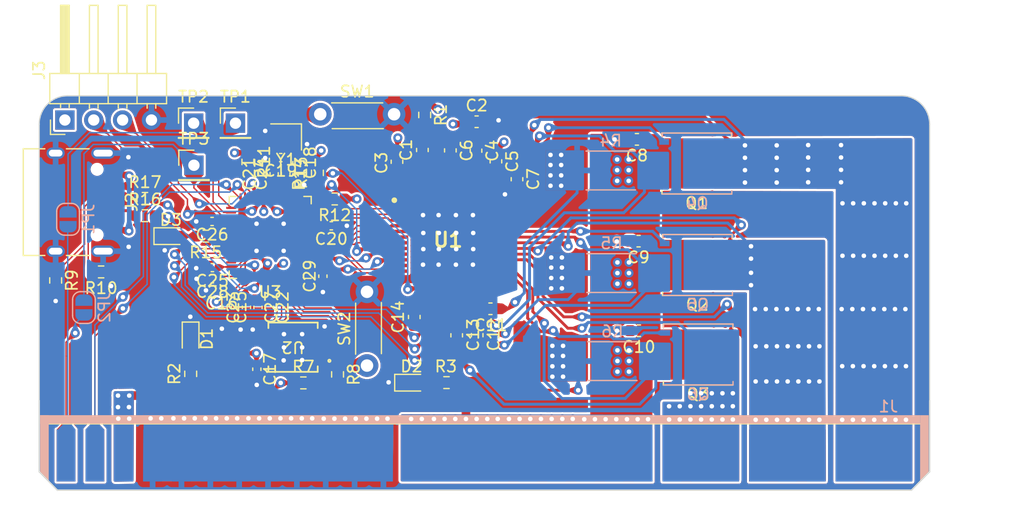
<source format=kicad_pcb>
(kicad_pcb (version 20230410) (generator pcbnew)
  (title_block (title "MUREX DRVESC") (date "2023-08-19") (rev "V1.0") (company "Murex Robotics [Max Liu]") (comment 1 "// ONLY THE PARANOID SURVIVE.") (comment 2 "// MOVE FAST AND MAKE THINGS.") (comment 3 "TI's DRV8305 driver, and external mosfets, as the motor driver architecture.") (comment 4 "The MUREX DRVESC is Murex Robotics' custom speed controller using an RP2040,"))
  (layers (0 "F.Cu" signal) (1 "In1.Cu" power "PGND.Cu") (2 "In2.Cu" power "PWR.Cu") (31 "B.Cu" signal) (34 "B.Paste" user) (35 "F.Paste" user) (36 "B.SilkS" user "B.Silkscreen") (37 "F.SilkS" user "F.Silkscreen") (38 "B.Mask" user) (39 "F.Mask" user) (44 "Edge.Cuts" user))
  (net 0 "")
  (net 1 "Net-(U1-DVDD)")
  (net 2 "GND")
  (net 3 "/PVDD")
  (net 4 "/+3V3")
  (net 5 "Net-(U1-CP2H)")
  (net 6 "Net-(U1-CP2L)")
  (net 7 "Net-(U1-VCPH)")
  (net 8 "Net-(U1-CP1L)")
  (net 9 "Net-(U1-CP1H)")
  (net 10 "Net-(U1-VCP_LSD)")
  (net 11 "Net-(U1-AVDD)")
  (net 12 "/RP2040/+1.1V")
  (net 13 "Net-(U3-XIN)")
  (net 14 "Net-(C19-Pad1)")
  (net 15 "Net-(D1-A)")
  (net 16 "Net-(D2-A)")
  (net 17 "Net-(D3-A)")
  (net 18 "/SH_A")
  (net 19 "/SH_B")
  (net 20 "/BOARD_TX")
  (net 21 "/BOARD_RX")
  (net 22 "/BOARD_TX_1")
  (net 23 "/BOARD_RX_1")
  (net 24 "/RP2040/VBUS")
  (net 25 "Net-(J2-CC1)")
  (net 26 "/RP2040/USB_P")
  (net 27 "/RP2040/USB_N")
  (net 29 "Net-(J2-CC2)")
  (net 31 "/RP2040/SWLK")
  (net 32 "/RP2040/SWD")
  (net 33 "/UART1_RX")
  (net 34 "/UART1_TX")
  (net 35 "/GH_A")
  (net 36 "/GH_B")
  (net 37 "/SL_A")
  (net 38 "/GL_A")
  (net 39 "/SL_B")
  (net 40 "/GL_B")
  (net 41 "Net-(U1-VDRAIN)")
  (net 42 "/RP2040/QSPI_CS")
  (net 43 "/RP2040/USB_BOOT")
  (net 44 "/RP2040/RUN")
  (net 45 "/NFAULT")
  (net 46 "/PWRGD")
  (net 47 "Net-(U3-XOUT)")
  (net 48 "/RP2040/LED")
  (net 49 "/ESC_PWM")
  (net 50 "/EN_GATE")
  (net 51 "/INHA")
  (net 52 "/INLA")
  (net 53 "/INHB")
  (net 54 "/INLB")
  (net 55 "/INHC")
  (net 56 "/INLC")
  (net 57 "/NSCS")
  (net 58 "/SDI")
  (net 59 "/SDO")
  (net 60 "/SCLK")
  (net 61 "/SO1")
  (net 62 "/SO2")
  (net 63 "/SO3")
  (net 64 "/GL_C")
  (net 65 "/SL_C")
  (net 66 "/SH_C")
  (net 67 "/GH_C")
  (net 68 "/WAKE")
  (net 69 "/RP2040/QSPI_SD1")
  (net 70 "/RP2040/QSPI_SD2")
  (net 71 "/RP2040/QSPI_SD0")
  (net 72 "/RP2040/QSPI_SCLK")
  (net 73 "/RP2040/QSPI_SD3")
  (net 81 "/RP2040/ADC_SPARE")
  (net 82 "Net-(U3-USB_DM)")
  (net 83 "Net-(U3-USB_DP)")
  (footprint "Resistor_SMD:R_0603_1608Metric" (layer "F.Cu") (at 132.0038 98.6912 -90)
    (fp_text reference "R1")
    (fp_text value "100Ω")
  )
  (footprint "Resistor_SMD:R_0603_1608Metric" (layer "F.Cu") (at 99.5172 113.2718 -90)
    (fp_text reference "R9")
    (fp_text value "5.1k")
  )
  (footprint "Resistor_SMD:R_0603_1608Metric" (layer "F.Cu") (at 107.379 106.045)
    (fp_text reference "R17")
    (fp_text value "27")
  )
  (footprint "Capacitor_SMD:C_0603_1608Metric" (layer "F.Cu") (at 131.087023 116.494398 90)
    (fp_text reference "C14")
    (fp_text value "1uF")
  )
  (footprint "Package_TO_SOT_SMD:TDSON-8-1" (layer "F.Cu") (at 155.950723 102.961302 180)
    (fp_text reference "Q1")
    (fp_text value "CSD18540Q5B")
  )
  (footprint "Connector_USB:USB_C_Receptacle_HRO_TYPE-C-31-M-12" (layer "F.Cu") (at 100.5654 106.3732 -90)
    (fp_text reference "J2")
    (fp_text value "USB_C_Receptacle_USB2.0")
  )
  (footprint "Capacitor_SMD:C_0402_1005Metric" (layer "F.Cu") (at 123.7813 108.455598 180)
    (fp_text reference "C20")
    (fp_text value "0.1uF")
  )
  (footprint "Connector_PinHeader_2.54mm:PinHeader_1x01_P2.54mm_Vertical" (layer "F.Cu") (at 111.663 99.4156)
    (fp_text reference "TP2")
    (fp_text value "ESC_RX")
  )
  (footprint "Capacitor_SMD:C_0402_1005Metric" (layer "F.Cu") (at 117.2265 121.094698 -90)
    (fp_text reference "C17")
    (fp_text value "1uF")
  )
  (footprint "Connector_PinHeader_2.54mm:PinHeader_1x04_P2.54mm_Horizontal" (layer "F.Cu") (at 100.33 99.1362 90)
    (fp_text reference "J3")
    (fp_text value "Conn_01x04")
  )
  (footprint "Capacitor_SMD:C_0603_1608Metric" (layer "F.Cu") (at 150.8636 117.7036 180)
    (fp_text reference "C10")
    (fp_text value "1uF")
  )
  (footprint "Resistor_SMD:R_0603_1608Metric" (layer "F.Cu") (at 122.5605 103.794198 90)
    (fp_text reference "R13")
    (fp_text value "10k")
  )
  (footprint "Capacitor_SMD:C_0402_1005Metric" (layer "F.Cu") (at 119.3321 102.448555 180)
    (fp_text reference "C19")
    (fp_text value "27pF")
  )
  (footprint "LED_SMD:LED_0603_1608Metric" (layer "F.Cu") (at 109.6572 109.369998)
    (fp_text reference "D3")
    (fp_text value "LED")
  )
  (footprint "Capacitor_SMD:C_0402_1005Metric" (layer "F.Cu") (at 114.120199 114.145198 180)
    (fp_text reference "C16")
    (fp_text value "1uF")
  )
  (footprint "slim-6mm-switch:SW_PUSH_6mm_SLIM" (layer "F.Cu") (at 126.9238 120.7746 90)
    (fp_text reference "SW2")
    (fp_text value "SW_Push")
  )
  (footprint "Capacitor_SMD:C_0603_1608Metric" (layer "F.Cu") (at 131.8006 101.7778 90)
    (fp_text reference "C1")
    (fp_text value "1uF")
  )
  (footprint "Capacitor_SMD:C_0603_1608Metric" (layer "F.Cu") (at 150.832576 109.809004 180)
    (fp_text reference "C9")
    (fp_text value "1uF")
  )
  (footprint "Capacitor_SMD:C_0603_1608Metric" (layer "F.Cu") (at 134.262023 101.813798 -90)
    (fp_text reference "C6")
    (fp_text value "0.047uF")
  )
  (footprint "DRV8305:QFP50P900X900X120-49N" (layer "F.Cu") (at 134.055023 109.704198)
    (fp_text reference "U1")
    (fp_text value "DRV8305NPHP" hide)
  )
  (footprint "Resistor_SMD:R_0603_1608Metric" (layer "F.Cu") (at 124.0835 106.093398 180)
    (fp_text reference "R12")
    (fp_text value "10k")
  )
  (footprint "Capacitor_SMD:C_0402_1005Metric" (layer "F.Cu") (at 113.3149 112.138598 180)
    (fp_text reference "C25")
    (fp_text value "0.1uF")
  )
  (footprint "Capacitor_SMD:C_0402_1005Metric" (layer "F.Cu") (at 118.7505 103.883598 90)
    (fp_text reference "C24")
    (fp_text value "0.1uF")
  )
  (footprint "Resistor_SMD:R_0603_1608Metric" (layer "F.Cu") (at 121.3226 122.301)
    (fp_text reference "R7")
    (fp_text value "10k")
  )
  (footprint "Resistor_SMD:R_0603_1608Metric" (layer "F.Cu") (at 111.4044 121.5014 90)
    (fp_text reference "R2")
    (fp_text value "2.7k")
  )
  (footprint "LED_SMD:LED_0603_1608Metric" (layer "F.Cu") (at 130.8477 122.2834)
    (fp_text reference "D2")
    (fp_text value "LED")
  )
  (footprint "Capacitor_SMD:C_0603_1608Metric" (layer "F.Cu") (at 138.275223 102.778998 -90)
    (fp_text reference "C5")
    (fp_text value "2.2uF")
  )
  (footprint "Capacitor_SMD:C_0603_1608Metric" (layer "F.Cu") (at 136.522623 101.838598 -90)
    (fp_text reference "C4")
    (fp_text value "0.047uF")
  )
  (footprint "Capacitor_SMD:C_0603_1608Metric" (layer "F.Cu") (at 137.792623 115.770798)
    (fp_text reference "C11")
    (fp_text value "1nF")
  )
  (footprint "Resistor_SMD:R_0603_1608Metric" (layer "F.Cu") (at 103.5192 112.522 180)
    (fp_text reference "R10")
    (fp_text value "5.1k")
  )
  (footprint "Package_TO_SOT_SMD:TDSON-8-1" (layer "F.Cu") (at 156.0024 111.914802 180)
    (fp_text reference "Q2")
    (fp_text value "CSD18540Q5B")
  )
  (footprint "slim-6mm-switch:SW_PUSH_6mm_SLIM" (layer "F.Cu") (at 122.809 98.6282)
    (fp_text reference "SW1")
    (fp_text value "SW_Push")
  )
  (footprint "Resistor_SMD:R_0603_1608Metric" (layer "F.Cu") (at 116.4391 102.829998 -90)
    (fp_text reference "R11")
    (fp_text value "10k")
  )
  (footprint "Capacitor_SMD:C_0603_1608Metric" (layer "F.Cu") (at 150.6858 100.840402 180)
    (fp_text reference "C8")
    (fp_text value "1uF")
  )
  (footprint "Capacitor_SMD:C_0402_1005Metric" (layer "F.Cu") (at 118.3441 115.646398 -90)
    (fp_text reference "C22")
    (fp_text value "0.1uF")
  )
  (footprint "Capacitor_SMD:C_0402_1005Metric" (layer "F.Cu") (at 123.0421 112.897998 90)
    (fp_text reference "C29")
    (fp_text value "0.1uF")
  )
  (footprint "Capacitor_SMD:C_0603_1608Metric" (layer "F.Cu") (at 136.5758 99.2886)
    (fp_text reference "C2")
    (fp_text value "4.7uF")
  )
  (footprint "LED_SMD:LED_0603_1608Metric" (layer "F.Cu") (at 111.3958 118.4271 -90)
    (fp_text reference "D1")
    (fp_text value "LED")
  )
  (footprint "Connector_PinHeader_2.54mm:PinHeader_1x01_P2.54mm_Vertical" (layer "F.Cu") (at 111.6884 103.124)
    (fp_text reference "TP3")
    (fp_text value "ESC_TX")
  )
  (footprint "Capacitor_SMD:C_0603_1608Metric" (layer "F.Cu") (at 134.820823 118.107598 90)
    (fp_text reference "C13")
    (fp_text value "1nF")
  )
  (footprint "Resistor_SMD:R_0603_1608Metric" (layer "F.Cu") (at 133.922 122.2756 180)
    (fp_text reference "R3")
    (fp_text value "2.7k")
  )
  (footprint "Resistor_SMD:R_0603_1608Metric" (layer "F.Cu") (at 107.379 107.569)
    (fp_text reference "R16")
    (fp_text value "27")
  )
  (footprint "Capacitor_SMD:C_0402_1005Metric" (layer "F.Cu") (at 116.3121 115.641198 90)
    (fp_text reference "C23")
    (fp_text value "0.1uF")
  )
  (footprint "Capacitor_SMD:C_0402_1005Metric" (layer "F.Cu") (at 113.2869 108.074598 180)
    (fp_text reference "C26")
    (fp_text value "0.1uF")
  )
  (footprint "Connector_PinHeader_2.54mm:PinHeader_1x01_P2.54mm_Vertical" (layer "F.Cu") (at 115.346 99.4156)
    (fp_text reference "TP1")
    (fp_text value "ESC_PWM")
  )
  (footprint "Capacitor_SMD:C_0402_1005Metric" (layer "F.Cu") (at 113.3123 113.129198 180)
    (fp_text reference "C28")
    (fp_text value "0.1uF")
  )
  (footprint "Resistor_SMD:R_0603_1608Metric" (layer "F.Cu") (at 112.7307 109.369998 180)
    (fp_text reference "R15")
    (fp_text value "2.7k")
  )
  (footprint "Capacitor_SMD:C_0603_1608Metric" (layer "F.Cu") (at 136.624223 118.095198 90)
    (fp_text reference "C12")
    (fp_text value "1nF")
  )
  (footprint "Capacitor_SMD:C_0402_1005Metric" (layer "F.Cu") (at 120.7571 102.903155 -90)
    (fp_text reference "C18")
    (fp_text value "27pF")
  )
  (footprint "Resistor_SMD:R_0402_1005Metric" (layer "F.Cu") (at 119.7665 103.914555 -90)
    (fp_text reference "R14")
    (fp_text value "1k")
  )
  (footprint "Package_TO_SOT_SMD:TDSON-8-1" (layer "F.Cu") (at 156.076624 119.807 180)
    (fp_text reference "Q3")
    (fp_text value "CSD18540Q5B")
  )
  (footprint "Resistor_SMD:R_0603_1608Metric" (layer "F.Cu") (at 124.333 121.5512 -90)
    (fp_text reference "R8")
    (fp_text value "1k")
  )
  (footprint "Capacitor_SMD:C_0402_1005Metric" (layer "F.Cu") (at 117.3281 115.646398 -90)
    (fp_text reference "C27")
    (fp_text value "0.1uF")
  )
  (footprint "Capacitor_SMD:C_0603_1608Metric" (layer "F.Cu") (at 129.563023 102.816798 -90)
    (fp_text reference "C3")
    (fp_text value "1uF")
  )
  (footprint "Capacitor_SMD:C_0603_1608Metric" (layer "F.Cu") (at 140.129423 104.353198 -90)
    (fp_text reference "C7")
    (fp_text value "1uF")
  )
  (footprint "Crystal:Crystal_SMD_2016-4Pin_2.0x1.6mm" (layer "F.Cu") (at 119.8061 100.628555 180)
    (fp_text reference "Y1")
    (fp_text value "12MHz")
  )
  (footprint "Capacitor_SMD:C_0402_1005Metric" (layer "F.Cu") (at 114.628199 115.641198 -90)
    (fp_text reference "C15")
    (fp_text value "1uF")
  )
  (footprint "footprints:DFN_XGIQ TR_WIN" (layer "F.Cu") (at 120.4142 119.155348 180)
    (fp_text reference "U2")
    (fp_text value "W25Q64JVXGIQ TR")
  )
  (footprint "Capacitor_SMD:C_0402_1005Metric" (layer "F.Cu") (at 117.7345 103.880998 90)
    (fp_text reference "C21")
    (fp_text value "0.1uF")
  )
  (footprint "Package_DFN_QFN:QFN-56-1EP_7x7mm_P0.4mm_EP3.2x3.2mm" (layer "F.Cu") (at 118.4041 109.480098 180)
    (fp_text reference "U3")
    (fp_text value "RP2040")
  )
  (footprint "Package_TO_SOT_SMD:TDSON-8-1" (layer "B.Cu") (at 155.982624 102.9716)
    (fp_text reference "Q4")
    (fp_text value "CSD18540Q5B")
  )
  (footprint "Resistor_SMD:R_2512_6332Metric" (layer "B.Cu") (at 148.384424 103.583602 180)
    (fp_text reference "R4")
    (fp_text value "5mΩ\n")
  )
  (footprint "Jumper:SolderJumper-2_P1.3mm_Open_RoundedPad1.0x1.5mm" (layer "B.Cu") (at 102.0064 115.6612 90)
    (fp_text reference "JP2")
    (fp_text value "TX")
  )
  (footprint "5530843-7_PCB_Edge:TE_5530843-7_PCB_Edge" (layer "B.Cu") (at 137.2616 131.7498 180)
    (fp_text reference "J1")
    (fp_text value "5530843-7")
    (fp_line (start 39.1922 1.6256) (end 39.1922 7.874) (stroke (width 0.12)) (layer "Edge.Cuts"))
    (fp_line (start 37.592 0) (end 39.1922 1.6256) (stroke (width 0.12)) (layer "Edge.Cuts"))
    (fp_line (start -37.592 0) (end 37.592 0) (stroke (width 0.12)) (layer "Edge.Cuts"))
    (fp_line (start -39.1922 7.874) (end -39.1922 1.6256) (stroke (width 0.12)) (layer "Edge.Cuts"))
    (fp_line (start -39.1922 1.6256) (end -37.592 0) (stroke (width 0.12)) (layer "Edge.Cuts"))
  )
  (footprint "Package_TO_SOT_SMD:TDSON-8-1" (layer "B.Cu") (at 156.033424 111.9124)
    (fp_text reference "Q5")
    (fp_text value "CSD18540Q5B")
  )
  (footprint "Jumper:SolderJumper-2_P1.3mm_Open_RoundedPad1.0x1.5mm" (layer "B.Cu") (at 100.6094 107.8842 90)
    (fp_text reference "JP1")
    (fp_text value "RX")
  )
  (footprint "Resistor_SMD:R_2512_6332Metric" (layer "B.Cu") (at 148.451324 112.6236 180)
    (fp_text reference "R5")
    (fp_text value "5mΩ\n")
  )
  (footprint "Resistor_SMD:R_2512_6332Metric" (layer "B.Cu") (at 148.5214 120.381802 180)
    (fp_text reference "R6")
    (fp_text value "5mΩ\n")
  )
  (footprint "Package_TO_SOT_SMD:TDSON-8-1" (layer "B.Cu") (at 156.0874 119.797602)
    (fp_text reference "Q6")
    (fp_text value "CSD18540Q5B")
  )
  (gr_line (start 98.0694 123.8758) (end 98.0694 99.5026) (stroke (width 0.1)) (layer "Edge.Cuts"))
  (gr_line (start 176.4538 99.5026) (end 176.4538 123.8758) (stroke (width 0.1)) (layer "Edge.Cuts"))
  (gr_line (start 100.5694 97.0026) (end 173.9538 97.0026) (stroke (width 0.1)) (layer "Edge.Cuts"))
  (gr_arc (start 98.0694 99.5026) (mid 98.801633 97.734833) (end 100.5694 97.0026) (stroke (width 0.1)) (layer "Edge.Cuts"))
  (gr_arc (start 173.9538 97.0026) (mid 175.721567 97.734833) (end 176.4538 99.5026) (stroke (width 0.1)) (layer "Edge.Cuts"))
  (segment (start 131.8006 102.5528) (end 131.8006 103.925275) (width 0.25) (layer "F.Cu") (net 1))
  (segment (start 131.8006 103.925275) (end 132.305023 104.429698) (width 0.25) (layer "F.Cu") (net 1))
  (segment (start 132.305023 104.429698) (end 132.305023 105.466198) (width 0.25) (layer "F.Cu") (net 1))
  (segment (start 139.447186 122.9481) (end 145.5166 122.9481) (width 0.254) (layer "F.Cu") (net 2))
  (segment (start 117.3281 116.761398) (end 116.9725 117.116998) (width 0.125) (layer "F.Cu") (net 2))
  (segment (start 117.6272 116.843298) (end 117.2462 116.843298) (width 0.125) (layer "F.Cu") (net 2))
  (segment (start 121.5606 101.178555) (end 121.6461 101.264055) (width 0.125) (layer "F.Cu") (net 2))
  (segment (start 99.5172 114.0968) (end 99.5172 115.0874) (width 0.125) (layer "F.Cu") (net 2))
  (segment (start 104.3442 113.7168) (end 104.394 113.7666) (width 0.125) (layer "F.Cu") (net 2))
  (segment (start 117.9631 100.095655) (end 119.089 100.095655) (width 0.125) (layer "F.Cu") (net 2))
  (segment (start 111.8925 108.074598) (end 112.8069 108.074598) (width 0.125) (layer "F.Cu") (net 2))
  (segment (start 119.4041 106.042598) (end 119.4041 105.563863) (width 0.125) (layer "F.Cu") (net 2))
  (segment (start 117.7345 102.715198) (end 117.9631 102.486598) (width 0.125) (layer "F.Cu") (net 2))
  (segment (start 131.805023 113.942198) (end 131.805023 115.001398) (width 0.254) (layer "F.Cu") (net 2))
  (segment (start 116.9725 117.116998) (end 116.9725 117.4949) (width 0.125) (layer "F.Cu") (net 2))
  (segment (start 117.3281 116.126398) (end 117.3281 116.761398) (width 0.125) (layer "F.Cu") (net 2))
  (segment (start 137.2915 106.474398) (end 138.2821 106.474398) (width 0.25) (layer "F.Cu") (net 2))
  (segment (start 136.889523 114.969298) (end 137.471062 114.969298) (width 0.254) (layer "F.Cu") (net 2))
  (segment (start 131.805023 115.001398) (end 131.087023 115.719398) (width 0.254) (layer "F.Cu") (net 2))
  (segment (start 114.628199 117.045201) (end 114.1476 117.5258) (width 0.125) (layer "F.Cu") (net 2))
  (segment (start 132.805023 102.007223) (end 131.8006 101.0028) (width 0.254) (layer "F.Cu") (net 2))
  (segment (start 112.8323 113.129198) (end 111.9179 113.129198) (width 0.125) (layer "F.Cu") (net 2))
  (segment (start 104.6104 109.6232) (end 105.2554 109.6232) (width 0.254) (layer "F.Cu") (net 2))
  (segment (start 134.805023 117.316798) (end 134.805023 113.942198) (width 0.254) (layer "F.Cu") (net 2))
  (segment (start 130.0602 122.2834) (end 128.862 122.2834) (width 0.4064) (layer "F.Cu") (net 2))
  (segment (start 132.805023 107.093321) (end 133.2275 107.515798) (width 0.254) (layer "F.Cu") (net 2))
  (segment (start 129.563023 105.163698) (end 131.8559 107.456575) (width 0.25) (layer "F.Cu") (net 2))
  (segment (start 136.805023 113.942198) (end 136.805023 114.884798) (width 0.254) (layer "F.Cu") (net 2))
  (segment (start 122.3827 117.955198) (end 122.557402 117.955198) (width 0.125) (layer "F.Cu") (net 2))
  (segment (start 148.914576 109.834404) (end 150.032176 109.834404) (width 0.4064) (layer "F.Cu") (net 2))
  (segment (start 118.7505 103.403598) (end 118.7505 103.273998) (width 0.125) (layer "F.Cu") (net 2))
  (segment (start 131.805023 111.935475) (end 131.8559 111.884598) (width 0.254) (layer "F.Cu") (net 2))
  (segment (start 139.6283 105.128198) (end 139.0695 105.686998) (width 0.25) (layer "F.Cu") (net 2))
  (segment (start 109.116399 109.6264) (end 109.116399 110.617) (width 0.125) (layer "F.Cu") (net 2))
  (segment (start 104.6104 103.1232) (end 105.2086 103.1232) (width 0.254) (layer "F.Cu") (net 2))
  (segment (start 108.859997 109.369998) (end 109.116399 109.6264) (width 0.125) (layer "F.Cu") (net 2))
  (segment (start 136.2501 107.515798) (end 137.2915 106.474398) (width 0.25) (layer "F.Cu") (net 2))
  (segment (start 137.276925 117.9729) (end 139.103697 117.9729) (width 0.254) (layer "F.Cu") (net 2))
  (segment (start 116.3121 116.634398) (end 115.8295 117.116998) (width 0.125) (layer "F.Cu") (net 2))
  (segment (start 111.3704 116.4714) (end 111.3704 117.6142) (width 0.25) (layer "F.Cu") (net 2))
  (segment (start 135.67043 118.26269) (end 135.67043 119.171344) (width 0.254) (layer "F.Cu") (net 2))
  (segment (start 136.241123 115.635644) (end 135.805023 115.199544) (width 0.254) (layer "F.Cu") (net 2))
  (segment (start 119.4041 105.563863) (end 119.624865 105.343098) (width 0.125) (layer "F.Cu") (net 2))
  (segment (start 128.862 122.2834) (end 128.8288 122.2502) (width 0.4064) (layer "F.Cu") (net 2))
  (segment (start 135.67043 119.171344) (end 136.666486 120.1674) (width 0.254) (layer "F.Cu") (net 2))
  (segment (start 116.9725 117.4949) (end 116.8654 117.602) (width 0.125) (layer "F.Cu") (net 2))
  (segment (start 135.805023 115.199544) (end 135.805023 113.942198) (width 0.254) (layer "F.Cu") (net 2))
  (segment (start 136.624223 117.320198) (end 137.276925 117.9729) (width 0.254) (layer "F.Cu") (net 2))
  (segment (start 112.748599 114.145198) (end 113.640199 114.145198) (width 0.125) (layer "F.Cu") (net 2))
  (segment (start 115.8295 117.116998) (end 115.8295 117.5711) (width 0.125) (layer "F.Cu") (net 2))
  (segment (start 119.624865 105.343098) (end 120.8978 105.343098) (width 0.125) (layer "F.Cu") (net 2))
  (segment (start 123.0421 113.377998) (end 123.0421 114.297598) (width 0.125) (layer "F.Cu") (net 2))
  (segment (start 114.628199 116.121198) (end 114.628199 117.045201) (width 0.125) (layer "F.Cu") (net 2))
  (segment (start 134.820823 117.332598) (end 134.805023 117.316798) (width 0.254) (layer "F.Cu") (net 2))
  (segment (start 138.272562 115.770798) (end 138.567623 115.770798) (width 0.254) (layer "F.Cu") (net 2))
  (segment (start 136.805023 114.884798) (end 136.889523 114.969298) (width 0.254) (layer "F.Cu") (net 2))
  (segment (start 117.2462 116.843298) (end 116.9725 117.116998) (width 0.125) (layer "F.Cu") (net 2))
  (segment (start 134.820823 117.332598) (end 134.820823 117.413083) (width 0.254) (layer "F.Cu") (net 2))
  (segment (start 123.2463 117.091598) (end 123.2463 117.040798) (width 0.125) (layer "F.Cu") (net 2))
  (segment (start 134.820823 117.413083) (end 135.67043 118.26269) (width 0.254) (layer "F.Cu") (net 2))
  (segment (start 136.241123 115.635644) (end 136.241123 116.937098) (width 0.254) (layer "F.Cu") (net 2))
  (segment (start 139.370201 115.770798) (end 139.951999 115.189) (width 0.254) (layer "F.Cu") (net 2))
  (segment (start 117.218999 121.582199) (end 117.2265 121.574698) (width 0.125) (layer "F.Cu") (net 2))
  (segment (start 115.8295 117.5711) (end 115.7986 117.602) (width 0.125) (layer "F.Cu") (net 2))
  (segment (start 117.218999 122.4788) (end 117.218999 121.582199) (width 0.125) (layer "F.Cu") (net 2))
  (segment (start 118.8521 102.448555) (end 117.9631 101.559555) (width 0.125) (layer "F.Cu") (net 2))
  (segment (start 148.9332 117.7036) (end 150.0886 117.7036) (width 0.4064) (layer "F.Cu") (net 2))
  (segment (start 120.8978 105.343098) (end 121.3921 104.848798) (width 0.125) (layer "F.Cu") (net 2))
  (segment (start 150.032176 109.834404) (end 150.057576 109.809004) (width 0.4064) (layer "F.Cu") (net 2))
  (segment (start 104.3442 112.522) (end 104.3442 113.7168) (width 0.125) (layer "F.Cu") (net 2))
  (segment (start 108.8697 109.369998) (end 108.859997 109.369998) (width 0.125) (layer "F.Cu") (net 2))
  (segment (start 119.089 100.095655) (end 119.1061 100.078555) (width 0.125) (layer "F.Cu") (net 2))
  (segment (start 136.241123 116.937098) (end 136.624223 117.320198) (width 0.254) (layer "F.Cu") (net 2))
  (segment (start 111.8925 112.189398) (end 112.7841 112.189398) (width 0.125) (layer "F.Cu") (net 2))
  (segment (start 138.2821 106.474398) (end 139.0695 105.686998) (width 0.25) (layer "F.Cu") (net 2))
  (segment (start 118.7505 103.273998) (end 117.9631 102.486598) (width 0.125) (layer "F.Cu") (net 2))
  (segment (start 137.471062 114.969298) (end 138.272562 115.770798) (width 0.254) (layer "F.Cu") (net 2))
  (segment (start 138.567623 115.770798) (end 139.370201 115.770798) (width 0.254) (layer "F.Cu") (net 2))
  (segment (start 131.087023 115.719398) (end 130.7383 115.370675) (width 0.254) (layer "F.Cu") (net 2))
  (segment (start 120.5061 101.178555) (end 121.5606 101.178555) (width 0.125) (layer "F.Cu") (net 2))
  (segment (start 105.2086 103.1232) (end 105.919 102.4128) (width 0.254) (layer "F.Cu") (net 2))
  (segment (start 120.7571 102.153055) (end 121.6461 101.264055) (width 0.125) (layer "F.Cu") (net 2))
  (segment (start 116.3121 116.121198) (end 116.3121 116.634398) (width 0.125) (layer "F.Cu") (net 2))
  (segment (start 137.3508 99.2886) (end 138.3792 99.2886) (width 0.254) (layer "F.Cu") (net 2))
  (segment (start 118.3441 116.126398) (end 117.6272 116.843298) (width 0.125) (layer "F.Cu") (net 2))
  (segment (start 117.7345 103.400998) (end 117.7345 102.715198) (width 0.125) (layer "F.Cu") (net 2))
  (segment (start 149.9108 100.840402) (end 148.717 100.840402) (width 0.4064) (layer "F.Cu") (net 2))
  (segment (start 117.9631 101.559555) (end 117.9631 100.095655) (width 0.125) (layer "F.Cu") (net 2))
  (segment (start 138.3792 99.2886) (end 138.5062 99.1616) (width 0.254) (layer "F.Cu") (net 2))
  (segment (start 125.1503 108.455598) (end 124.2613 108.455598) (width 0.125) (layer "F.Cu") (net 2))
  (segment (start 112.7841 112.189398) (end 112.8349 112.138598) (width 0.125) (layer "F.Cu") (net 2))
  (segment (start 129.563023 103.591798) (end 129.563023 105.163698) (width 0.25) (layer "F.Cu") (net 2))
  (segment (start 132.805023 105.466198) (end 132.805023 102.007223) (width 0.254) (layer "F.Cu") (net 2))
  (segment (start 122.557402 117.955198) (end 123.19 117.3226) (width 0.125) (layer "F.Cu") (net 2))
  (segment (start 136.666486 120.1674) (end 139.447186 122.9481) (width 0.254) (layer "F.Cu") (net 2))
  (segment (start 132.805023 105.466198) (end 132.805023 107.093321) (width 0.254) (layer "F.Cu") (net 2))
  (segment (start 120.7571 102.423155) (end 120.7571 102.153055) (width 0.125) (layer "F.Cu") (net 2))
  (segment (start 131.805023 113.942198) (end 131.805023 111.935475) (width 0.254) (layer "F.Cu") (net 2))
  (segment (start 105.2554 109.6232) (end 105.9444 110.3122) (width 0.254) (layer "F.Cu") (net 2))
  (segment (start 140.129423 105.128198) (end 139.6283 105.128198) (width 0.25) (layer "F.Cu") (net 2))
  (segment (start 131.8559 107.456575) (end 131.8559 107.515798) (width 0.25) (layer "F.Cu") (net 2))
  (via (at 134.7769 110.512998) (size 0.8) (drill 0.4) (layers "F.Cu" "B.Cu") (net 2))
  (via (at 99.5172 115.0874) (size 0.8) (drill 0.4) (layers "F.Cu" "B.Cu") (net 2))
  (via (at 139.0695 105.686998) (size 0.8) (drill 0.4) (layers "F.Cu" "B.Cu") (net 2))
  (via (at 115.7986 117.602) (size 0.8) (drill 0.4) (layers "F.Cu" "B.Cu") (net 2))
  (via (at 131.8813 110.512998) (size 0.8) (drill 0.4) (layers "F.Cu" "B.Cu") (net 2))
  (via (at 143.142724 113.9698) (size 0.8) (drill 0.4) (layers "F.Cu" "B.Cu") (net 2))
  (via (at 143.142724 113.0554) (size 0.8) (drill 0.4) (layers "F.Cu" "B.Cu") (net 2))
  (via (at 111.761256 125.428798) (size 0.8) (drill 0.4) (layers "F.Cu" "B.Cu") (net 2))
  (via (at 148.914576 109.834404) (size 0.8) (drill 0.4) (layers "F.Cu" "B.Cu") (net 2))
  (via (at 123.115056 125.454198) (size 0.8) (drill 0.4) (layers "F.Cu" "B.Cu") (net 2))
  (via (at 143.244324 121.753402) (size 0.8) (drill 0.4) (layers "F.Cu" "B.Cu") (net 2))
  (via (at 144.082524 111.252) (size 0.8) (drill 0.4) (layers "F.Cu" "B.Cu") (net 2))
  (via (at 125.934456 125.454198) (size 0.8) (drill 0.4) (layers "F.Cu" "B.Cu") (net 2))
  (via (at 119.6141 118.005998) (size 0.8) (drill 0.4) (layers "F.Cu" "B.Cu") (net 2))
  (via (at 105.9444 110.3122) (size 0.8) (drill 0.4) (layers "F.Cu" "B.Cu") (net 2))
  (via (at 118.365256 125.428798) (size 0.8) (drill 0.4) (layers "F.Cu" "B.Cu") (net 2))
  (via (at 113.640856 125.428798) (size 0.8) (drill 0.4) (layers "F.Cu" "B.Cu") (net 2))
  (via (at 144.184124 121.753402) (size 0.8) (drill 0.4) (layers "F.Cu" "B.Cu") (net 2))
  (via (at 117.218999 122.4788) (size 0.8) (drill 0.4) (layers "F.Cu" "B.Cu") (net 2))
  (via (at 136.2501 107.515798) (size 0.8) (drill 0.4) (layers "F.Cu" "B.Cu") (net 2))
  (via (at 136.2755 110.512998) (size 0.8) (drill 0.4) (layers "F.Cu" "B.Cu") (net 2))
  (via (at 148.9332 117.7036) (size 0.8) (drill 0.4) (layers "F.Cu" "B.Cu") (net 2))
  (via (at 139.103697 117.9729) (size 0.8) (drill 0.4) (layers "F.Cu" "B.Cu") (net 2))
  (via (at 124.994656 125.454198) (size 0.8) (drill 0.4) (layers "F.Cu" "B.Cu") (net 2))
  (via (at 114.1476 117.5258) (size 0.8) (drill 0.4) (layers "F.Cu" "B.Cu") (net 2))
  (via (at 143.142724 111.252) (size 0.8) (drill 0.4) (layers "F.Cu" "B.Cu") (net 2))
  (via (at 107.875056 125.428798) (size 0.8) (drill 0.4) (layers "F.Cu" "B.Cu") (net 2))
  (via (at 121.2143 120.291998) (size 0.8) (drill 0.4) (layers "F.Cu" "B.Cu") (net 2))
  (via (at 121.6461 101.264055) (size 0.8) (drill 0.4) (layers "F.Cu" "B.Cu") (net 2))
  (via (at 131.8559 107.515798) (size 0.8) (drill 0.4) (layers "F.Cu" "B.Cu") (net 2))
  (via (at 105.919 102.4128) (size 0.8) (drill 0.4) (layers "F.Cu" "B.Cu") (net 2))
  (via (at 119.5887 120.317398) (size 0.8) (drill 0.4) (layers "F.Cu" "B.Cu") (net 2))
  (via (at 114.580656 125.428798) (size 0.8) (drill 0.4) (layers "F.Cu" "B.Cu") (net 2))
  (via (at 138.5062 99.1616) (size 0.8) (drill 0.4) (layers "F.Cu" "B.Cu") (net 2))
  (via (at 117.2011 108.277798) (size 0.8) (drill 0.4) (layers "F.Cu" "B.Cu") (net 2))
  (via (at 111.3704 116.4714) (size 0.8) (drill 0.4) (layers "F.Cu" "B.Cu") (net 2))
  (via (at 109.881656 125.428798) (size 0.8) (drill 0.4) (layers "F.Cu" "B.Cu") (net 2))
  (via (at 117.9631 102.486598) (size 0.8) (drill 0.4) (layers "F.Cu" "B.Cu") (net 2))
  (via (at 121.3921 104.848798) (size 0.8) (drill 0.4) (layers "F.Cu" "B.Cu") (net 2))
  (via (at 111.8925 112.189398) (size 0.8) (drill 0.4) (layers "F.Cu" "B.Cu") (net 2))
  (via (at 144.018 104.015402) (size 0.8) (drill 0.4) (layers "F.Cu" "B.Cu") (net 2))
  (via (at 148.717 100.840402) (size 0.8) (drill 0.4) (layers "F.Cu" "B.Cu") (net 2))
  (via (at 144.082524 112.141) (size 0.8) (drill 0.4) (layers "F.Cu" "B.Cu") (net 2))
  (via (at 127.814056 125.454198) (size 0.8) (drill 0.4) (layers "F.Cu" "B.Cu") (net 2))
  (via (at 145.5166 122.9481) (size 0.8) (drill 0.4) (layers "F.Cu" "B.Cu") (net 2))
  (via (at 111.9179 113.129198) (size 0.8) (drill 0.4) (layers "F.Cu" "B.Cu") (net 2))
  (via (at 125.1503 108.455598) (size 0.8) (drill 0.4) (layers "F.Cu" "B.Cu") (net 2))
  (via (at 111.8925 108.074598) (size 0.8) (drill 0.4) (layers "F.Cu" "B.Cu") (net 2))
  (via (at 112.701056 125.428798) (size 0.8) (drill 0.4) (layers "F.Cu" "B.Cu") (net 2))
  (via (at 144.082524 113.0554) (size 0.8) (drill 0.4) (layers "F.Cu" "B.Cu") (net 2))
  (via (at 143.0782 103.101002) (size 0.8) (drill 0.4) (layers "F.Cu" "B.Cu") (net 2))
  (via (at 123.0421 114.297598) (size 0.8) (drill 0.4) (layers "F.Cu" "B.Cu") (net 2))
  (via (at 139.951999 115.189) (size 0.8) (drill 0.4) (layers "F.Cu" "B.Cu") (net 2))
  (via (at 143.244324 119.924602) (size 0.8) (drill 0.4) (layers "F.Cu" "B.Cu") (net 2))
  (via (at 143.244324 119.035602) (size 0.8) (drill 0.4) (layers "F.Cu" "B.Cu") (net 2))
  (via (at 126.874256 125.454198) (size 0.8) (drill 0.4) (layers "F.Cu" "B.Cu") (net 2))
  (via (at 119.5887 110.665398) (size 0.8) (drill 0.4) (layers "F.Cu" "B.Cu") (net 2))
  (via (at 133.2529 110.512998) (size 0.8) (drill 0.4) (layers "F.Cu" "B.Cu") (net 2))
  (via (at 119.305056 125.428798) (size 0.8) (drill 0.4) (layers "F.Cu" "B.Cu") (net 2))
  (via (at 144.184124 119.924602) (size 0.8) (drill 0.4) (layers "F.Cu" "B.Cu") (net 2))
  (via (at 117.425456 125.428798) (size 0.8) (drill 0.4) (layers "F.Cu" "B.Cu") (net 2))
  (via (at 121.2143 119.174398) (size 0.8) (drill 0.4) (layers "F.Cu" "B.Cu") (net 2))
  (via (at 143.0782 102.212002) (size 0.8) (drill 0.4) (layers "F.Cu" "B.Cu") (net 2))
  (via (at 109.116399 110.617) (size 0.8) (drill 0.4) (layers "F.Cu" "B.Cu") (net 2))
  (via (at 119.6141 119.174398) (size 0.8) (drill 0.4) (layers "F.Cu" "B.Cu") (net 2))
  (via (at 131.8559 111.884598) (size 0.8) (drill 0.4) (layers "F.Cu" "B.Cu") (net 2))
  (via (at 134.7515 107.515798) (size 0.8) (drill 0.4) (layers "F.Cu" "B.Cu") (net 2))
  (via (at 120.244856 125.428798) (size 0.8) (drill 0.4) (layers "F.Cu" "B.Cu") (net 2))
  (via (at 116.8654 117.602) (size 0.8) (drill 0.4) (layers "F.Cu" "B.Cu") (net 2))
  (via (at 143.244324 120.839002) (size 0.8) (drill 0.4) (layers "F.Cu" "B.Cu") (net 2))
  (via (at 121.184656 125.428798) (size 0.8) (drill 0.4) (layers "F.Cu" "B.Cu") (net 2))
  (via (at 134.7515 111.884598) (size 0.8) (drill 0.4) (layers "F.Cu" "B.Cu") (net 2))
  (via (at 110.821456 125.428798) (size 0.8) (drill 0.4) (layers "F.Cu" "B.Cu") (net 2))
  (via (at 144.018 103.101002) (size 0.8) (drill 0.4) (layers "F.Cu" "B.Cu") (net 2))
  (via (at 124.054856 125.454198) (size 0.8) (drill 0.4) (layers "F.Cu" "B.Cu") (net 2))
  (via (at 131.8813 109.090598) (size 0.8) (drill 0.4) (layers "F.Cu" "B.Cu") (net 2))
  (via (at 123.19 117.3226) (size 0.8) (drill 0.4) (layers "F.Cu" "B.Cu") (net 2))
  (via (at 136.2501 111.884598) (size 0.8) (drill 0.4) (layers "F.Cu" "B.Cu") (net 2))
  (via (at 143.142724 112.141) (size 0.8) (drill 0.4) (layers "F.Cu" "B.Cu") (net 2))
  (via (at 117.2011 110.665398) (size 0.8) (drill 0.4) (layers "F.Cu" "B.Cu") (net 2))
  (via (at 128.728456 125.454198) (size 0.8) (drill 0.4) (layers "F.Cu" "B.Cu") (net 2))
  (via (at 121.2143 118.005998) (size 0.8) (drill 0.4) (layers "F.Cu" "B.Cu") (net 2))
  (via (at 119.5887 108.277798) (size 0.8) (drill 0.4) (layers "F.Cu" "B.Cu") (net 2))
  (via (at 117.9631 100.095655) (size 0.8) (drill 0.4) (layers "F.Cu" "B.Cu") (net 2))
  (via (at 133.2275 107.515798) (size 0.8) (drill 0.4) (layers "F.Cu" "B.Cu") (net 2))
  (via (at 122.099056 125.428798) (size 0.8) (drill 0.4) (layers "F.Cu" "B.Cu") (net 2))
  (via (at 112.748599 114.145198) (size 0.8) (drill 0.4) (layers "F.Cu" "B.Cu") (net 2))
  (via (at 144.018 102.212002) (size 0.8) (drill 0.4) (layers "F.Cu" "B.Cu") (net 2))
  (via (at 104.394 113.7666) (size 0.8) (drill 0.4) (layers "F.Cu" "B.Cu") (net 2))
  (via (at 134.7769 109.090598) (size 0.8) (drill 0.4) (layers "F.Cu" "B.Cu") (net 2))
  (via (at 116.485656 125.428798) (size 0.8) (drill 0.4) (layers "F.Cu" "B.Cu") (net 2))
  (via (at 144.018 104.929802) (size 0.8) (drill 0.4) (layers "F.Cu" "B.Cu") (net 2))
  (via (at 136.2755 109.090598) (size 0.8) (drill 0.4) (layers "F.Cu" "B.Cu") (net 2))
  (via (at 143.0782 104.929802) (size 0.8) (drill 0.4) (layers "F.Cu" "B.Cu") (net 2))
  (via (at 143.0782 104.015402) (size 0.8) (drill 0.4) (layers "F.Cu" "B.Cu") (net 2))
  (via (at 133.2275 111.884598) (size 0.8) (drill 0.4) (layers "F.Cu" "B.Cu") (net 2))
  (via (at 108.814856 125.428798) (size 0.8) (drill 0.4) (layers "F.Cu" "B.Cu") (net 2))
  (via (at 144.184124 119.035602) (size 0.8) (drill 0.4) (layers "F.Cu" "B.Cu") (net 2))
  (via (at 115.495056 125.428798) (size 0.8) (drill 0.4) (layers "F.Cu" "B.Cu") (net 2))
  (via (at 128.8288 122.2502) (size 0.8) (drill 0.4) (layers "F.Cu" "B.Cu") (net 2))
  (via (at 144.184124 120.839002) (size 0.8) (drill 0.4) (layers "F.Cu" "B.Cu") (net 2))
  (via (at 144.082524 113.9698) (size 0.8) (drill 0.4) (layers "F.Cu" "B.Cu") (net 2))
  (via (at 133.2529 109.090598) (size 0.8) (drill 0.4) (layers "F.Cu" "B.Cu") (net 2))
  (segment (start 140.771341 110.199184) (end 140.771341 114.369658) (width 0.254) (layer "B.Cu") (net 2))
  (segment (start 145.5166 122.9481) (end 145.5166 120.424102) (width 0.254) (layer "B.Cu") (net 2))
  (segment (start 145.488824 112.6236) (end 145.488824 114.099176) (width 0.25) (layer "B.Cu") (net 2))
  (segment (start 145.421924 103.583602) (end 145.421924 105.548601) (width 0.254) (layer "B.Cu") (net 2))
  (segment (start 145.421924 105.548601) (end 140.771341 110.199184) (width 0.254) (layer "B.Cu") (net 2))
  (segment (start 145.5166 120.424102) (end 145.5589 120.381802) (width 0.254) (layer "B.Cu") (net 2))
  (segment (start 139.103697 117.878558) (end 142.021855 114.9604) (width 0.254) (layer "B.Cu") (net 2))
  (segment (start 140.771341 114.369658) (end 139.951999 115.189) (width 0.254) (layer "B.Cu") (net 2))
  (segment (start 142.0368 114.9604) (end 142.021855 114.9604) (width 0.25) (layer "B.Cu") (net 2))
  (segment (start 144.6276 114.9604) (end 142.0368 114.9604) (width 0.25) (layer "B.Cu") (net 2))
  (segment (start 145.488824 114.099176) (end 144.6276 114.9604) (width 0.25) (layer "B.Cu") (net 2))
  (segment (start 139.103697 117.9729) (end 139.103697 117.878558) (width 0.254) (layer "B.Cu") (net 2))
  (segment (start 136.002564 99.2886) (end 135.8008 99.2886) (width 0.254) (layer "F.Cu") (net 3))
  (segment (start 138.275223 102.003998) (end 138.275223 101.561259) (width 0.254) (layer "F.Cu") (net 3))
  (segment (start 135.636 123.1646) (end 134.747 122.2756) (width 0.762) (layer "F.Cu") (net 3))
  (segment (start 151.4608 100.840402) (end 153.5817 102.961302) (width 0.25) (layer "F.Cu") (net 3))
  (segment (start 138.275223 102.003998) (end 138.275223 101.778176) (width 0.254) (layer "F.Cu") (net 3))
  (segment (start 152.933924 105.0253) (end 153.082624 104.8766) (width 0.254) (layer "F.Cu") (net 3))
  (segment (start 153.5817 102.961302) (end 154.900723 102.961302) (width 0.25) (layer "F.Cu") (net 3))
  (segment (start 152.965724 113.9851) (end 153.133424 113.8174) (width 0.254) (layer "F.Cu") (net 3))
  (segment (start 135.517023 103.230083) (end 135.517023 99.572377) (width 0.254) (layer "F.Cu") (net 3))
  (segment (start 132.0038 97.8662) (end 132.842 97.8662) (width 0.4064) (layer "F.Cu") (net 3))
  (segment (start 132.842 97.8662) (end 133.1722 98.1964) (width 0.4064) (layer "F.Cu") (net 3))
  (segment (start 153.024624 103.6066) (end 153.082624 103.6066) (width 0.254) (layer "F.Cu") (net 3))
  (segment (start 134.493 99.4918) (end 135.5976 99.4918) (width 0.4064) (layer "F.Cu") (net 3))
  (segment (start 134.805023 103.942083) (end 135.517023 103.230083) (width 0.254) (layer "F.Cu") (net 3))
  (segment (start 135.517023 99.572377) (end 135.8008 99.2886) (width 0.254) (layer "F.Cu") (net 3))
  (segment (start 138.275223 101.778176) (end 138.986799 101.0666) (width 0.254) (layer "F.Cu") (net 3))
  (segment (start 138.275223 101.561259) (end 136.002564 99.2886) (width 0.254) (layer "F.Cu") (net 3))
  (segment (start 148.6916 128.7018) (end 148.6916 127.2413) (width 0.125) (layer "F.Cu") (net 3))
  (segment (start 134.805023 105.466198) (end 134.805023 103.942083) (width 0.254) (layer "F.Cu") (net 3))
  (segment (start 135.5976 99.4918) (end 135.8008 99.2886) (width 0.4064) (layer "F.Cu") (net 3))
  (segment (start 135.636 125.476) (end 135.636 123.1646) (width 0.762) (layer "F.Cu") (net 3))
  (via (at 147.9296 125.5014) (size 0.8) (drill 0.4) (layers "F.Cu" "B.Cu") (net 3))
  (via (at 145.034 125.476) (size 0.8) (drill 0.4) (layers "F.Cu" "B.Cu") (net 3))
  (via (at 148.971 120.3706) (size 0.8) (drill 0.4) (layers "F.Cu" "B.Cu") (net 3))
  (via (at 146.9898 125.5014) (size 0.8) (drill 0.4) (layers "F.Cu" "B.Cu") (net 3))
  (via (at 144.1196 125.476) (size 0.8) (drill 0.4) (layers "F.Cu" "B.Cu") (net 3))
  (via (at 149.987 120.3706) (size 0.8) (drill 0.4) (layers "F.Cu" "B.Cu") (net 3))
  (via (at 148.971 119.4308) (size 0.8) (drill 0.4) (layers "F.Cu" "B.Cu") (net 3))
  (via (at 149.987 111.6838) (size 0.8) (drill 0.4) (layers "F.Cu" "B.Cu") (net 3))
  (via (at 149.987 121.3104) (size 0.8) (drill 0.4) (layers "F.Cu" "B.Cu") (net 3))
  (via (at 137.5156 125.476) (size 0.8) (drill 0.4) (layers "F.Cu" "B.Cu") (net 3))
  (via (at 134.6962 125.476) (size 0.8) (drill 0.4) (layers "F.Cu" "B.Cu") (net 3))
  (via (at 146.05 125.5014) (size 0.8) (drill 0.4) (layers "F.Cu" "B.Cu") (net 3))
  (via (at 148.971 111.6838) (size 0.8) (drill 0.4) (layers "F.Cu" "B.Cu") (net 3))
  (via (at 132.8166 125.476) (size 0.8) (drill 0.4) (layers "F.Cu" "B.Cu") (net 3))
  (via (at 149.9616 103.5558) (size 0.8) (drill 0.4) (layers "F.Cu" "B.Cu") (net 3))
  (via (at 138.43 125.476) (size 0.8) (drill 0.4) (layers "F.Cu" "B.Cu") (net 3))
  (via (at 151.6634 125.5014) (size 0.8) (drill 0.4) (layers "F.Cu" "B.Cu") (net 3))
  (via (at 135.636 125.476) (size 0.8) (drill 0.4) (layers "F.Cu" "B.Cu") (net 3))
  (via (at 149.9616 102.616) (size 0.8) (drill 0.4) (layers "F.Cu" "B.Cu") (net 3))
  (via (at 149.8092 125.5014) (size 0.8) (drill 0.4) (layers "F.Cu" "B.Cu") (net 3))
  (via (at 148.971 112.6236) (size 0.8) (drill 0.4) (layers "F.Cu" "B.Cu") (net 3))
  (via (at 149.987 112.6236) (size 0.8) (drill 0.4) (layers "F.Cu" "B.Cu") (net 3))
  (via (at 148.9456 104.4956) (size 0.8) (drill 0.4) (layers "F.Cu" "B.Cu") (net 3))
  (via (at 131.7498 125.476) (size 0.8) (drill 0.4) (layers "F.Cu" "B.Cu") (net 3))
  (via (at 142.24 125.476) (size 0.8) (drill 0.4) (layers "F.Cu" "B.Cu") (net 3))
  (via (at 138.986799 101.0666) (size 0.8) (drill 0.4) (layers "F.Cu" "B.Cu") (net 3))
  (via (at 141.3002 125.476) (size 0.8) (drill 0.4) (layers "F.Cu" "B.Cu") (net 3))
  (via (at 139.4206 125.476) (size 0.8) (drill 0.4) (layers "F.Cu" "B.Cu") (net 3))
  (via (at 136.5758 125.476) (size 0.8) (drill 0.4) (layers "F.Cu" "B.Cu") (net 3))
  (via (at 149.9616 104.4956) (size 0.8) (drill 0.4) (layers "F.Cu" "B.Cu") (net 3))
  (via (at 133.1722 98.1964) (size 0.8) (drill 0.4) (layers "F.Cu" "B.Cu") (net 3))
  (via (at 149.987 119.4308) (size 0.8) (drill 0.4) (layers "F.Cu" "B.Cu") (net 3))
  (via (at 148.8694 125.5014) (size 0.8) (drill 0.4) (layers "F.Cu" "B.Cu") (net 3))
  (via (at 150.749 125.5014) (size 0.8) (drill 0.4) (layers "F.Cu" "B.Cu") (net 3))
  (via (at 130.81 125.476) (size 0.8) (drill 0.4) (layers "F.Cu" "B.Cu") (net 3))
  (via (at 148.971 121.3104) (size 0.8) (drill 0.4) (layers "F.Cu" "B.Cu") (net 3))
  (via (at 148.9456 102.616) (size 0.8) (drill 0.4) (layers "F.Cu" "B.Cu") (net 3))
  (via (at 140.3604 125.476) (size 0.8) (drill 0.4) (layers "F.Cu" "B.Cu") (net 3))
  (via (at 143.1798 125.476) (size 0.8) (drill 0.4) (layers "F.Cu" "B.Cu") (net 3))
  (via (at 148.971 113.5634) (size 0.8) (drill 0.4) (layers "F.Cu" "B.Cu") (net 3))
  (via (at 133.7564 125.476) (size 0.8) (drill 0.4) (layers "F.Cu" "B.Cu") (net 3))
  (via (at 134.493 99.4918) (size 0.8) (drill 0.4) (layers "F.Cu" "B.Cu") (net 3))
  (via (at 148.9456 103.5558) (size 0.8) (drill 0.4) (layers "F.Cu" "B.Cu") (net 3))
  (via (at 149.987 113.5634) (size 0.8) (drill 0.4) (layers "F.Cu" "B.Cu") (net 3))
  (segment (start 148.6916 128.7018) (end 148.6916 127.2413) (width 0.125) (layer "B.Cu") (net 3))
  (segment (start 129.563023 102.041798) (end 131.305023 103.783798) (width 0.254) (layer "F.Cu") (net 4))
  (segment (start 114.046 119.6848) (end 111.4044 122.3264) (width 0.125) (layer "F.Cu") (net 4))
  (segment (start 121.8661 108.455598) (end 121.8416 108.480098) (width 0.125) (layer "F.Cu") (net 4))
  (segment (start 122.8907 101.826198) (end 122.5605 102.156398) (width 0.125) (layer "F.Cu") (net 4))
  (segment (start 119.3292 122.301) (end 118.4894 123.1408) (width 0.125) (layer "F.Cu") (net 4))
  (segment (start 122.1795 112.417998) (end 121.8416 112.080098) (width 0.125) (layer "F.Cu") (net 4))
  (segment (start 115.6661 110.466098) (end 116.5421 111.342098) (width 0.125) (layer "F.Cu") (net 4))
  (segment (start 117.193599 119.6848) (end 114.046 119.6848) (width 0.125) (layer "F.Cu") (net 4))
  (segment (start 117.193599 119.6848) (end 117.193599 120.581797) (width 0.125) (layer "F.Cu") (net 4))
  (segment (start 117.4805 115.013998) (end 117.3281 115.166398) (width 0.125) (layer "F.Cu") (net 4))
  (segment (start 114.9666 108.480098) (end 115.473 108.480098) (width 0.125) (layer "F.Cu") (net 4))
  (segment (start 117.8041 112.137697) (end 118.184199 111.757598) (width 0.125) (layer "F.Cu") (net 4))
  (segment (start 115.473 108.480098) (end 115.6661 108.673198) (width 0.125) (layer "F.Cu") (net 4))
  (segment (start 116.2041 111.680098) (end 116.2041 112.917598) (width 0.125) (layer "F.Cu") (net 4))
  (segment (start 117.8041 114.202598) (end 117.8041 112.917598) (width 0.125) (layer "F.Cu") (net 4))
  (segment (start 115.445335 112.080098) (end 114.9666 112.080098) (width 0.125) (layer "F.Cu") (net 4))
  (segment (start 118.4894 123.1408) (end 112.2188 123.1408) (width 0.125) (layer "F.Cu") (net 4))
  (segment (start 118.893765 107.210998) (end 118.2041 106.521333) (width 0.125) (layer "F.Cu") (net 4))
  (segment (start 121.1281 108.480098) (end 121.8416 108.480098) (width 0.125) (layer "F.Cu") (net 4))
  (segment (start 121.1281 111.845333) (end 121.1281 108.480098) (width 0.125) (layer "F.Cu") (net 4))
  (segment (start 110.3122 123.4186) (end 111.4044 122.3264) (width 0.762) (layer "F.Cu") (net 4))
  (segment (start 116.8963 114.576998) (end 117.4297 114.576998) (width 0.125) (layer "F.Cu") (net 4))
  (segment (start 115.8041 112.917598) (end 114.0039 112.917598) (width 0.125) (layer "F.Cu") (net 4))
  (segment (start 122.5605 102.156398) (end 122.5605 102.969198) (width 0.125) (layer "F.Cu") (net 4))
  (segment (start 112.2188 123.1408) (end 111.4044 122.3264) (width 0.125) (layer "F.Cu") (net 4))
  (segment (start 126.0393 106.093398) (end 124.9085 106.093398) (width 0.125) (layer "F.Cu") (net 4))
  (segment (start 118.2041 111.777499) (end 118.184199 111.757598) (width 0.125) (layer "F.Cu") (net 4))
  (segment (start 129.6416 100.711) (end 129.6416 101.963221) (width 0.25) (layer "F.Cu") (net 4))
  (segment (start 123.0464 108.480098) (end 123.0473 108.480998) (width 0.125) (layer "F.Cu") (net 4))
  (segment (start 123.3013 108.455598) (end 121.8661 108.455598) (width 0.125) (layer "F.Cu") (net 4))
  (segment (start 119.0045 107.210998) (end 118.82311 107.210998) (width 0.125) (layer "F.Cu") (net 4))
  (segment (start 117.8041 112.917598) (end 117.8041 112.137697) (width 0.125) (layer "F.Cu") (net 4))
  (segment (start 118.2041 106.521333) (end 118.2041 106.042598) (width 0.125) (layer "F.Cu") (net 4))
  (segment (start 117.193599 120.581797) (end 117.2265 120.614698) (width 0.125) (layer "F.Cu") (net 4))
  (segment (start 114.9666 108.480098) (end 114.1724 108.480098) (width 0.125) (layer "F.Cu") (net 4))
  (segment (start 114.1724 108.480098) (end 113.7669 108.074598) (width 0.125) (layer "F.Cu") (net 4))
  (segment (start 105.9942 123.4186) (end 110.3122 123.4186) (width 0.762) (layer "F.Cu") (net 4))
  (segment (start 120.4976 122.301) (end 119.3292 122.301) (width 0.125) (layer "F.Cu") (net 4))
  (segment (start 118.184199 111.757598) (end 117.768699 111.342098) (width 0.125) (layer "F.Cu") (net 4))
  (segment (start 117.2265 120.614698) (end 117.4857 120.355498) (width 0.125) (layer "F.Cu") (net 4))
  (segment (start 129.563023 102.041798) (end 129.563023 101.853624) (width 0.254) (layer "F.Cu") (net 4))
  (segment (start 115.263199 102.0318) (end 116.412298 102.0318) (width 0.25) (layer "F.Cu") (net 4))
  (segment (start 129.6416 101.963221) (end 129.563023 102.041798) (width 0.25) (layer "F.Cu") (net 4))
  (segment (start 116.5421 111.342098) (end 116.183335 111.342098) (width 0.125) (layer "F.Cu") (net 4))
  (segment (start 116.2041 111.680098) (end 115.8041 112.080098) (width 0.125) (layer "F.Cu") (net 4))
  (segment (start 131.305023 103.783798) (end 131.305023 105.466198) (width 0.254) (layer "F.Cu") (net 4))
  (segment (start 116.412298 102.0318) (end 116.4391 102.004998) (width 0.25) (layer "F.Cu") (net 4))
  (segment (start 115.6661 108.673198) (end 115.6661 110.466098) (width 0.125) (layer "F.Cu") (net 4))
  (segment (start 115.185287 114.145198) (end 114.600199 114.145198) (width 0.125) (layer "F.Cu") (net 4))
  (segment (start 118.2041 106.042598) (end 118.2041 104.909998) (width 0.125) (layer "F.Cu") (net 4))
  (segment (start 116.2041 112.917598) (end 116.2041 113.126385) (width 0.125) (layer "F.Cu") (net 4))
  (segment (start 119.0045 107.210998) (end 119.859 107.210998) (width 0.125) (layer "F.Cu") (net 4))
  (segment (start 116.2041 113.126385) (end 115.185287 114.145198) (width 0.125) (layer "F.Cu") (net 4))
  (segment (start 121.362865 112.080098) (end 121.1281 111.845333) (width 0.125) (layer "F.Cu") (net 4))
  (segment (start 117.4297 114.576998) (end 117.8041 114.202598) (width 0.125) (layer "F.Cu") (net 4))
  (segment (start 119.0045 107.210998) (end 118.893765 107.210998) (width 0.125) (layer "F.Cu") (net 4))
  (segment (start 119.859 107.210998) (end 121.1281 108.480098) (width 0.125) (layer "F.Cu") (net 4))
  (segment (start 118.2041 104.909998) (end 118.7505 104.363598) (width 0.125) (layer "F.Cu") (net 4))
  (segment (start 118.2041 112.917598) (end 118.2041 114.290398) (width 0.125) (layer "F.Cu") (net 4))
  (segment (start 114.9666 112.080098) (end 113.8534 112.080098) (width 0.125) (layer "F.Cu") (net 4))
  (segment (start 123.0421 112.417998) (end 122.1795 112.417998) (width 0.125) (layer "F.Cu") (net 4))
  (segment (start 118.2041 114.290398) (end 117.3281 115.166398) (width 0.125) (layer "F.Cu") (net 4))
  (segment (start 116.3121 115.161198) (end 116.8963 114.576998) (width 0.125) (layer "F.Cu") (net 4))
  (segment (start 121.8416 112.080098) (end 121.362865 112.080098) (width 0.125) (layer "F.Cu") (net 4))
  (segment (start 116.5421 111.342098) (end 116.2041 111.680098) (width 0.125) (layer "F.Cu") (net 4))
  (segment (start 113.8534 112.080098) (end 113.7949 112.138598) (width 0.125) (layer "F.Cu") (net 4))
  (segment (start 117.4857 120.355498) (end 118.4457 120.355498) (width 0.125) (layer "F.Cu") (net 4))
  (segment (start 114.0039 112.917598) (end 113.7923 113.129198) (width 0.125) (layer "F.Cu") (net 4))
  (segment (start 118.2041 112.917598) (end 118.2041 111.777499) (width 0.125) (layer "F.Cu") (net 4))
  (segment (start 116.183335 111.342098) (end 115.445335 112.080098) (width 0.125) (layer "F.Cu") (net 4))
  (segment (start 117.768699 111.342098) (end 116.5421 111.342098) (width 0.125) (layer "F.Cu") (net 4))
  (segment (start 115.8041 112.080098) (end 115.8041 112.917598) (width 0.125) (layer "F.Cu") (net 4))
  (via (at 118.184199 111.757598) (size 0.8) (drill 0.4) (layers "F.Cu" "B.Cu") (net 4))
  (via (at 105.0036 124.4346) (size 0.8) (drill 0.4) (layers "F.Cu" "B.Cu") (net 4))
  (via (at 129.6416 100.711) (size 0.8) (drill 0.4) (layers "F.Cu" "B.Cu") (net 4))
  (via (at 117.193599 119.6848) (size 0.8) (drill 0.4) (layers "F.Cu" "B.Cu") (net 4))
  (via (at 105.029 125.4506) (size 0.8) (drill 0.4) (layers "F.Cu" "B.Cu") (net 4))
  (via (at 119.3292 122.301) (size 0.8) (drill 0.4) (layers "F.Cu" "B.Cu") (net 4))
  (via (at 115.263199 102.0318) (size 0.8) (drill 0.4) (layers "F.Cu" "B.Cu") (net 4))
  (via (at 105.0036 123.4186) (size 0.8) (drill 0.4) (layers "F.Cu" "B.Cu") (net 4))
  (via (at 119.0045 107.210998) (size 0.8) (drill 0.4) (layers "F.Cu" "B.Cu") (net 4))
  (via (at 105.9942 125.4506) (size 0.8) (drill 0.4) (layers "F.Cu" "B.Cu") (net 4))
  (via (at 122.8907 101.826198) (size 0.8) (drill 0.4) (layers "F.Cu" "B.Cu") (net 4))
  (via (at 105.9688 124.4346) (size 0.8) (drill 0.4) (layers "F.Cu" "B.Cu") (net 4))
  (via (at 126.0393 106.093398) (size 0.8) (drill 0.4) (layers "F.Cu" "B.Cu") (net 4))
  (via (at 105.9942 123.4186) (size 0.8) (drill 0.4) (layers "F.Cu" "B.Cu") (net 4))
  (segment (start 136.497223 103.553398) (end 135.805023 104.245598) (width 0.254) (layer "F.Cu") (net 5))
  (segment (start 136.837762 103.553398) (end 136.497223 103.553398) (width 0.254) (layer "F.Cu") (net 5))
  (segment (start 137.324123 101.865098) (end 137.324123 103.067037) (width 0.254) (layer "F.Cu") (net 5))
  (segment (start 137.324123 103.067037) (end 136.837762 103.553398) (width 0.254) (layer "F.Cu") (net 5))
  (segment (start 136.522623 101.063598) (end 137.324123 101.865098) (width 0.254) (layer "F.Cu") (net 5))
  (segment (start 135.805023 104.245598) (end 135.805023 105.466198) (width 0.254) (layer "F.Cu") (net 5))
  (segment (start 135.305023 105.466198) (end 135.305023 104.083429) (width 0.254) (layer "F.Cu") (net 6))
  (segment (start 135.305023 104.083429) (end 136.522623 102.865829) (width 0.254) (layer "F.Cu") (net 6))
  (segment (start 136.522623 102.865829) (end 136.522623 102.613598) (width 0.254) (layer "F.Cu") (net 6))
  (segment (start 137.822323 104.006898) (end 136.719423 104.006898) (width 0.254) (layer "F.Cu") (net 7))
  (segment (start 138.275223 103.553998) (end 137.822323 104.006898) (width 0.254) (layer "F.Cu") (net 7))
  (segment (start 136.719423 104.006898) (end 136.305023 104.421298) (width 0.254) (layer "F.Cu") (net 7))
  (segment (start 136.305023 104.421298) (end 136.305023 105.466198) (width 0.254) (layer "F.Cu") (net 7))
  (segment (start 134.305023 103.800737) (end 134.305023 105.466198) (width 0.254) (layer "F.Cu") (net 8))
  (segment (start 135.063523 101.840298) (end 135.063523 103.042237) (width 0.254) (layer "F.Cu") (net 8))
  (segment (start 135.063523 103.042237) (end 134.305023 103.800737) (width 0.254) (layer "F.Cu") (net 8))
  (segment (start 134.262023 101.038798) (end 135.063523 101.840298) (width 0.254) (layer "F.Cu") (net 8))
  (segment (start 134.262023 102.588798) (end 133.805023 103.045798) (width 0.254) (layer "F.Cu") (net 9))
  (segment (start 133.805023 103.045798) (end 133.805023 105.466198) (width 0.254) (layer "F.Cu") (net 9))
  (segment (start 139.247223 104.460398) (end 136.911023 104.460398) (width 0.254) (layer "F.Cu") (net 10))
  (segment (start 136.805023 104.566398) (end 136.805023 105.466198) (width 0.254) (layer "F.Cu") (net 10))
  (segment (start 140.129423 103.578198) (end 139.247223 104.460398) (width 0.254) (layer "F.Cu") (net 10))
  (segment (start 136.911023 104.460398) (end 136.805023 104.566398) (width 0.254) (layer "F.Cu") (net 10))
  (segment (start 132.305023 116.051398) (end 132.305023 113.942198) (width 0.254) (layer "F.Cu") (net 11))
  (segment (start 131.087023 117.269398) (end 132.305023 116.051398) (width 0.254) (layer "F.Cu") (net 11))
  (segment (start 116.273134 113.727299) (end 116.6041 113.396333) (width 0.125) (layer "F.Cu") (net 12))
  (segment (start 118.3441 115.166398) (end 118.6041 114.906398) (width 0.125) (layer "F.Cu") (net 12))
  (segment (start 119.209365 111.757598) (end 118.6041 112.362863) (width 0.125) (layer "F.Cu") (net 12))
  (segment (start 116.6041 113.396333) (end 116.6041 112.917598) (width 0.125) (layer "F.Cu") (net 12))
  (segment (start 117.8361 107.210998) (end 117.8361 106.074598) (width 0.125) (layer "F.Cu") (net 12))
  (segment (start 117.8041 104.430598) (end 117.7345 104.360998) (width 0.125) (layer "F.Cu") (net 12))
  (segment (start 118.6041 112.362863) (end 118.6041 112.917598) (width 0.125) (layer "F.Cu") (net 12))
  (segment (start 116.062098 113.727299) (end 116.273134 113.727299) (width 0.125) (layer "F.Cu") (net 12))
  (segment (start 119.581199 111.757598) (end 119.209365 111.757598) (width 0.125) (layer "F.Cu") (net 12))
  (segment (start 114.628199 115.161198) (end 116.062098 113.727299) (width 0.125) (layer "F.Cu") (net 12))
  (segment (start 118.6041 114.906398) (end 118.6041 112.917598) (width 0.125) (layer "F.Cu") (net 12))
  (segment (start 117.8041 106.042598) (end 117.8041 104.430598) (width 0.125) (layer "F.Cu") (net 12))
  (segment (start 117.8361 106.074598) (end 117.8041 106.042598) (width 0.125) (layer "F.Cu") (net 12))
  (segment (start 113.662999 115.161198) (end 114.628199 115.161198) (width 0.125) (layer "F.Cu") (net 12))
  (via (at 113.662999 115.161198) (size 0.8) (drill 0.4) (layers "F.Cu" "B.Cu") (net 12))
  (via (at 119.581199 111.757598) (size 0.8) (drill 0.4) (layers "F.Cu" "B.Cu") (net 12))
  (via (at 117.8361 107.210998) (size 0.8) (drill 0.4) (layers "F.Cu" "B.Cu") (net 12))
  (segment (start 119.490453 105.018598) (end 119.0041 105.504951) (width 0.125) (layer "F.Cu") (net 13))
  (segment (start 120.6221 105.018598) (end 119.490453 105.018598) (width 0.125) (layer "F.Cu") (net 13))
  (segment (start 122.3081 100.989845) (end 121.39681 100.078555) (width 0.125) (layer "F.Cu") (net 13))
  (segment (start 120.7571 103.383155) (end 120.6221 103.518155) (width 0.125) (layer "F.Cu") (net 13))
  (segment (start 122.3081 101.832155) (end 122.3081 100.989845) (width 0.125) (layer "F.Cu") (net 13))
  (segment (start 121.39681 100.078555) (end 120.5061 100.078555) (width 0.125) (layer "F.Cu") (net 13))
  (segment (start 120.6221 103.518155) (end 120.6221 105.018598) (width 0.125) (layer "F.Cu") (net 13))
  (segment (start 120.7571 103.383155) (end 122.3081 101.832155) (width 0.125) (layer "F.Cu") (net 13))
  (segment (start 119.0041 105.504951) (end 119.0041 106.042598) (width 0.125) (layer "F.Cu") (net 13))
  (segment (start 119.7665 102.494155) (end 119.8121 102.448555) (width 0.25) (layer "F.Cu") (net 14))
  (segment (start 119.1061 101.178555) (end 119.1061 101.742555) (width 0.125) (layer "F.Cu") (net 14))
  (segment (start 119.8121 102.448555) (end 119.8121 102.455457) (width 0.25) (layer "F.Cu") (net 14))
  (segment (start 119.1061 101.742555) (end 119.8121 102.448555) (width 0.125) (layer "F.Cu") (net 14))
  (segment (start 119.8121 102.448555) (end 119.8121 103.358955) (width 0.125) (layer "F.Cu") (net 14))
  (segment (start 119.8121 103.358955) (end 119.7665 103.404555) (width 0.125) (layer "F.Cu") (net 14))
  (segment (start 111.4044 120.6764) (end 111.4044 119.2232) (width 0.25) (layer "F.Cu") (net 15))
  (segment (start 133.097 122.2756) (end 131.643 122.2756) (width 0.4064) (layer "F.Cu") (net 16))
  (segment (start 111.9057 109.369998) (end 110.4447 109.369998) (width 0.125) (layer "F.Cu") (net 17))
  (segment (start 141.384423 99.861298) (end 141.657423 99.588298) (width 0.254) (layer "F.Cu") (net 18))
  (segment (start 141.384423 105.769483) (end 139.699708 107.454198) (width 0.254) (layer "F.Cu") (net 18))
  (segment (start 139.699708 107.454198) (end 138.293023 107.454198) (width 0.254) (layer "F.Cu") (net 18))
  (segment (start 141.384423 105.769483) (end 141.384423 99.861298) (width 0.254) (layer "F.Cu") (net 18))
  (via (at 174.3964 106.4768) (size 0.8) (drill 0.4) (layers "F.Cu" "B.Cu") (net 18))
  (via (at 168.7576 125.5522) (size 0.8) (drill 0.4) (layers "F.Cu" "B.Cu") (net 18))
  (via (at 160.1978 104.648) (size 0.8) (drill 0.4) (layers "F.Cu" "B.Cu") (net 18))
  (via (at 170.6372 120.8278) (size 0.8) (drill 0.4) (layers "F.Cu" "B.Cu") (net 18))
  (via (at 169.7228 106.4768) (size 0.8) (drill 0.4) (layers "F.Cu" "B.Cu") (net 18))
  (via (at 173.482 111.0996) (size 0.8) (drill 0.4) (layers "F.Cu" "B.Cu") (net 18))
  (via (at 172.466 115.7986) (size 0.8) (drill 0.4) (layers "F.Cu" "B.Cu") (net 18))
  (via (at 171.5262 115.7986) (size 0.8) (drill 0.4) (layers "F.Cu" "B.Cu") (net 18))
  (via (at 170.6626 106.4768) (size 0.8) (drill 0.4) (layers "F.Cu" "B.Cu") (net 18))
  (via (at 170.5864 115.7986) (size 0.8) (drill 0.4) (layers "F.Cu" "B.Cu") (net 18))
  (via (at 173.4058 115.7986) (size 0.8) (drill 0.4) (layers "F.Cu" "B.Cu") (net 18))
  (via (at 168.656 104.6226) (size 0.8) (drill 0.4) (layers "F.Cu" "B.Cu") (net 18))
  (via (at 173.482 106.4768) (size 0.8) (drill 0.4) (layers "F.Cu" "B.Cu") (net 18))
  (via (at 168.656 103.5304) (size 0.8) (drill 0.4) (layers "F.Cu" "B.Cu") (net 18))
  (via (at 162.9918 104.648) (size 0.8) (drill 0.4) (layers "F.Cu" "B.Cu") (net 18))
  (via (at 141.657423 99.588298) (size 0.8) (drill 0.4) (layers "F.Cu" "B.Cu") (net 18))
  (via (at 171.577 120.8278) (size 0.8) (drill 0.4) (layers "F.Cu" "B.Cu") (net 18))
  (via (at 174.3964 111.0996) (size 0.8) (drill 0.4) (layers "F.Cu" "B.Cu") (net 18))
  (via (at 168.7576 120.8278) (size 0.8) (drill 0.4) (layers "F.Cu" "B.Cu") (net 18))
  (via (at 169.7228 111.0996) (size 0.8) (drill 0.4) (layers "F.Cu" "B.Cu") (net 18))
  (via (at 172.5422 106.4768) (size 0.8) (drill 0.4) (layers "F.Cu" "B.Cu") (net 18))
  (via (at 171.577 125.5522) (size 0.8) (drill 0.4) (layers "F.Cu" "B.Cu") (net 18))
  (via (at 171.6024 111.0996) (size 0.8) (drill 0.4) (layers "F.Cu" "B.Cu") (net 18))
  (via (at 168.783 111.0996) (size 0.8) (drill 0.4) (layers "F.Cu" "B.Cu") (net 18))
  (via (at 160.1978 103.5558) (size 0.8) (drill 0.4) (layers "F.Cu" "B.Cu") (net 18))
  (via (at 168.783 106.4768) (size 0.8) (drill 0.4) (layers "F.Cu" "B.Cu") (net 18))
  (via (at 165.7604 101.346) (size 0.8) (drill 0.4) (layers "F.Cu" "B.Cu") (net 18))
  (via (at 168.7068 115.7986) (size 0.8) (drill 0.4) (layers "F.Cu" "B.Cu") (net 18))
  (via (at 173.4566 125.5522) (size 0.8) (drill 0.4) (layers "F.Cu" "B.Cu") (net 18))
  (via (at 165.7604 104.6226) (size 0.8) (drill 0.4) (layers "F.Cu" "B.Cu") (net 18))
  (via (at 173.4566 120.8278) (size 0.8) (drill 0.4) (layers "F.Cu" "B.Cu") (net 18))
  (via (at 174.3202 115.7986) (size 0.8) (drill 0.4) (layers "F.Cu" "B.Cu") (net 18))
  (via (at 174.371 120.8278) (size 0.8) (drill 0.4) (layers "F.Cu" "B.Cu") (net 18))
  (via (at 169.6974 125.5522) (size 0.8) (drill 0.4) (layers "F.Cu" "B.Cu") (net 18))
  (via (at 174.371 125.5522) (size 0.8) (drill 0.4) (layers "F.Cu" "B.Cu") (net 18))
  (via (at 172.5168 125.5522) (size 0.8) (drill 0.4) (layers "F.Cu" "B.Cu") (net 18))
  (via (at 169.6466 115.7986) (size 0.8) (drill 0.4) (layers "F.Cu" "B.Cu") (net 18))
  (via (at 172.5168 120.8278) (size 0.8) (drill 0.4) (layers "F.Cu" "B.Cu") (net 18))
  (via (at 165.7604 103.5304) (size 0.8) (drill 0.4) (layers "F.Cu" "B.Cu") (net 18))
  (via (at 162.9918 101.3714) (size 0.8) (drill 0.4) (layers "F.Cu" "B.Cu") (net 18))
  (via (at 165.7604 102.4382) (size 0.8) (drill 0.4) (layers "F.Cu" "B.Cu") (net 18))
  (via (at 162.9918 102.4636) (size 0.8) (drill 0.4) (layers "F.Cu" "B.Cu") (net 18))
  (via (at 160.1978 101.3714) (size 0.8) (drill 0.4) (layers "F.Cu" "B.Cu") (net 18))
  (via (at 160.1978 102.4636) (size 0.8) (drill 0.4) (layers "F.Cu" "B.Cu") (net 18))
  (via (at 168.656 102.4382) (size 0.8) (drill 0.4) (layers "F.Cu" "B.Cu") (net 18))
  (via (at 172.5422 111.0996) (size 0.8) (drill 0.4) (layers "F.Cu" "B.Cu") (net 18))
  (via (at 162.9918 103.5558) (size 0.8) (drill 0.4) (layers "F.Cu" "B.Cu") (net 18))
  (via (at 170.6626 111.0996) (size 0.8) (drill 0.4) (layers "F.Cu" "B.Cu") (net 18))
  (via (at 170.6372 125.5522) (size 0.8) (drill 0.4) (layers "F.Cu" "B.Cu") (net 18))
  (via (at 168.656 101.346) (size 0.8) (drill 0.4) (layers "F.Cu" "B.Cu") (net 18))
  (via (at 171.6024 106.4768) (size 0.8) (drill 0.4) (layers "F.Cu" "B.Cu") (net 18))
  (via (at 169.6974 120.8278) (size 0.8) (drill 0.4) (layers "F.Cu" "B.Cu") (net 18))
  (segment (start 160.1978 100.9396) (end 160.1978 101.3714) (width 0.254) (layer "B.Cu") (net 18))
  (segment (start 142.157773 99.087948) (end 158.346148 99.087948) (width 0.254) (layer "B.Cu") (net 18))
  (segment (start 141.657423 99.588298) (end 142.157773 99.087948) (width 0.254) (layer "B.Cu") (net 18))
  (segment (start 158.346148 99.087948) (end 160.1978 100.9396) (width 0.254) (layer "B.Cu") (net 18))
  (segment (start 144.331902 109.954198) (end 144.638441 110.260737) (width 0.25) (layer "F.Cu") (net 19))
  (segment (start 138.293023 109.954198) (end 144.331902 109.954198) (width 0.25) (layer "F.Cu") (net 19))
  (via (at 164.8968 122.174) (size 0.8) (drill 0.4) (layers "F.Cu" "B.Cu") (net 19))
  (via (at 163.0172 119.0752) (size 0.8) (drill 0.4) (layers "F.Cu" "B.Cu") (net 19))
  (via (at 164.8968 119.0752) (size 0.8) (drill 0.4) (layers "F.Cu" "B.Cu") (net 19))
  (via (at 161.1376 122.174) (size 0.8) (drill 0.4) (layers "F.Cu" "B.Cu") (net 19))
  (via (at 161.1376 119.0752) (size 0.8) (drill 0.4) (layers "F.Cu" "B.Cu") (net 19))
  (via (at 162.0774 122.174) (size 0.8) (drill 0.4) (layers "F.Cu" "B.Cu") (net 19))
  (via (at 160.7312 113.6904) (size 0.8) (drill 0.4) (layers "F.Cu" "B.Cu") (net 19))
  (via (at 160.7312 110.2614) (size 0.8) (drill 0.4) (layers "F.Cu" "B.Cu") (net 19))
  (via (at 160.7312 112.5982) (size 0.8) (drill 0.4) (layers "F.Cu" "B.Cu") (net 19))
  (via (at 163.0172 122.174) (size 0.8) (drill 0.4) (layers "F.Cu" "B.Cu") (net 19))
  (via (at 162.0266 115.7986) (size 0.8) (drill 0.4) (layers "F.Cu" "B.Cu") (net 19))
  (via (at 164.846 115.7986) (size 0.8) (drill 0.4) (layers "F.Cu" "B.Cu") (net 19))
  (via (at 165.8366 122.174) (size 0.8) (drill 0.4) (layers "F.Cu" "B.Cu") (net 19))
  (via (at 162.0774 119.0752) (size 0.8) (drill 0.4) (layers "F.Cu" "B.Cu") (net 19))
  (via (at 165.8366 119.0752) (size 0.8) (drill 0.4) (layers "F.Cu" "B.Cu") (net 19))
  (via (at 162.9664 115.7986) (size 0.8) (drill 0.4) (layers "F.Cu" "B.Cu") (net 19))
  (via (at 161.1376 125.5522) (size 0.8) (drill 0.4) (layers "F.Cu" "B.Cu") (net 19))
  (via (at 163.9062 115.7986) (size 0.8) (drill 0.4) (layers "F.Cu" "B.Cu") (net 19))
  (via (at 165.7858 115.7986) (size 0.8) (drill 0.4) (layers "F.Cu" "B.Cu") (net 19))
  (via (at 166.751 122.174) (size 0.8) (drill 0.4) (layers "F.Cu" "B.Cu") (net 19))
  (via (at 163.957 122.174) (size 0.8) (drill 0.4) (layers "F.Cu" "B.Cu") (net 19))
  (via (at 164.8968 125.5522) (size 0.8) (drill 0.4) (layers "F.Cu" "B.Cu") (net 19))
  (via (at 166.7002 115.7986) (size 0.8) (drill 0.4) (layers "F.Cu" "B.Cu") (net 19))
  (via (at 162.0774 125.5522) (size 0.8) (drill 0.4) (layers "F.Cu" "B.Cu") (net 19))
  (via (at 163.0172 125.5522) (size 0.8) (drill 0.4) (layers "F.Cu" "B.Cu") (net 19))
  (via (at 166.751 119.0752) (size 0.8) (drill 0.4) (layers "F.Cu" "B.Cu") (net 19))
  (via (at 166.751 125.5522) (size 0.8) (drill 0.4) (layers "F.Cu" "B.Cu") (net 19))
  (via (at 165.8366 125.5522) (size 0.8) (drill 0.4) (layers "F.Cu" "B.Cu") (net 19))
  (via (at 144.638441 110.260737) (size 0.8) (drill 0.4) (layers "F.Cu" "B.Cu") (net 19))
  (via (at 161.0868 115.7986) (size 0.8) (drill 0.4) (layers "F.Cu" "B.Cu") (net 19))
  (via (at 160.7312 111.3536) (size 0.8) (drill 0.4) (layers "F.Cu" "B.Cu") (net 19))
  (via (at 163.957 119.0752) (size 0.8) (drill 0.4) (layers "F.Cu" "B.Cu") (net 19))
  (via (at 163.957 125.5522) (size 0.8) (drill 0.4) (layers "F.Cu" "B.Cu") (net 19))
  (segment (start 145.419702 108.2161) (end 158.6859 108.2161) (width 0.25) (layer "B.Cu") (net 19))
  (segment (start 144.638441 108.997361) (end 145.419702 108.2161) (width 0.25) (layer "B.Cu") (net 19))
  (segment (start 144.638441 110.260737) (end 144.638441 108.997361) (width 0.25) (layer "B.Cu") (net 19))
  (segment (start 158.6859 108.2161) (end 160.7312 110.2614) (width 0.25) (layer "B.Cu") (net 19))
  (segment (start 115.4993 104.823398) (end 115.4993 104.859063) (width 0.125) (layer "F.Cu") (net 20))
  (segment (start 116.2041 105.563863) (end 116.2041 106.042598) (width 0.125) (layer "F.Cu") (net 20))
  (segment (start 102.9716 118.204006) (end 105.4354 115.740206) (width 0.125) (layer "F.Cu") (net 20))
  (segment (start 115.4993 104.859063) (end 116.2041 105.563863) (width 0.125) (layer "F.Cu") (net 20))
  (segment (start 102.9716 128.7018) (end 102.9716 118.204006) (width 0.125) (layer "F.Cu") (net 20))
  (via (at 115.4993 104.823398) (size 0.8) (drill 0.4) (layers "F.Cu" "B.Cu") (net 20))
  (via (at 105.4354 115.740206) (size 0.8) (drill 0.4) (layers "F.Cu" "B.Cu") (net 20))
  (segment (start 114.8373 105.485398) (end 115.4993 104.823398) (width 0.125) (layer "B.Cu") (net 20))
  (segment (start 105.4354 115.740206) (end 107.5653 113.610306) (width 0.125) (layer "B.Cu") (net 20))
  (segment (start 107.5653 107.4711) (end 109.551002 105.485398) (width 0.125) (layer "B.Cu") (net 20))
  (segment (start 109.551002 105.485398) (end 114.8373 105.485398) (width 0.125) (layer "B.Cu") (net 20))
  (segment (start 107.5653 113.610306) (end 107.5653 107.4711) (width 0.125) (layer "B.Cu") (net 20))
  (segment (start 115.7533 106.042598) (end 114.5341 104.823398) (width 0.125) (layer "F.Cu") (net 21))
  (segment (start 115.8041 106.042598) (end 115.7533 106.042598) (width 0.125) (layer "F.Cu") (net 21))
  (via (at 105.4354 114.740703) (size 0.8) (drill 0.4) (layers "F.Cu" "B.Cu") (net 21))
  (via (at 114.5341 104.823398) (size 0.8) (drill 0.4) (layers "F.Cu" "B.Cu") (net 21))
  (segment (start 102.9716 117.204503) (end 105.4354 114.740703) (width 0.125) (layer "B.Cu") (net 21))
  (segment (start 107.2408 112.935303) (end 107.2408 107.336688) (width 0.125) (layer "B.Cu") (net 21))
  (segment (start 109.75409 104.823398) (end 114.5341 104.823398) (width 0.125) (layer "B.Cu") (net 21))
  (segment (start 105.4354 114.740703) (end 107.2408 112.935303) (width 0.125) (layer "B.Cu") (net 21))
  (segment (start 102.9716 128.7018) (end 102.9716 117.204503) (width 0.125) (layer "B.Cu") (net 21))
  (segment (start 107.2408 107.336688) (end 109.75409 104.823398) (width 0.125) (layer "B.Cu") (net 21))
  (segment (start 100.4316 118.7146) (end 101.2394 117.9068) (width 0.125) (layer "F.Cu") (net 22))
  (segment (start 100.4316 119.9388) (end 100.4316 118.7146) (width 0.125) (layer "F.Cu") (net 22))
  (segment (start 100.4316 128.7018) (end 100.4316 119.9388) (width 0.125) (layer "F.Cu") (net 22))
  (via (at 101.2394 117.9068) (size 0.8) (drill 0.4) (layers "F.Cu" "B.Cu") (net 22))
  (segment (start 101.2394 117.9068) (end 101.2394 117.0782) (width 0.125) (layer "B.Cu") (net 22))
  (segment (start 101.2394 117.0782) (end 102.0064 116.3112) (width 0.125) (layer "B.Cu") (net 22))
  (segment (start 100.5774 128.556) (end 100.5774 108.5662) (width 0.125) (layer "B.Cu") (net 23))
  (segment (start 100.4316 128.7018) (end 100.5774 128.556) (width 0.125) (layer "B.Cu") (net 23))
  (segment (start 100.5774 108.5662) (end 100.6094 108.5342) (width 0.125) (layer "B.Cu") (net 23))
  (segment (start 104.6104 108.8232) (end 105.8768 108.8232) (width 0.4064) (layer "F.Cu") (net 24))
  (segment (start 104.6104 103.9232) (end 105.8536 103.9232) (width 0.4064) (layer "F.Cu") (net 24))
  (segment (start 105.8768 108.8232) (end 105.9688 108.9152) (width 0.4064) (layer "F.Cu") (net 24))
  (segment (start 105.8536 103.9232) (end 105.9942 104.0638) (width 0.4064) (layer "F.Cu") (net 24))
  (via (at 105.9688 108.9152) (size 0.8) (drill 0.4) (layers "F.Cu" "B.Cu") (net 24))
  (via (at 105.9942 104.0638) (size 0.8) (drill 0.4) (layers "F.Cu" "B.Cu") (net 24))
  (segment (start 105.9942 104.0638) (end 105.9942 108.8898) (width 0.4064) (layer "B.Cu") (net 24))
  (segment (start 105.9942 108.8898) (end 105.9688 108.9152) (width 0.4064) (layer "B.Cu") (net 24))
  (segment (start 102.0589 106.7757) (end 103.7114 105.1232) (width 0.125) (layer "F.Cu") (net 25))
  (segment (start 99.5172 112.4468) (end 99.695 112.4468) (width 0.125) (layer "F.Cu") (net 25))
  (segment (start 103.7114 105.1232) (end 104.6104 105.1232) (width 0.125) (layer "F.Cu") (net 25))
  (segment (start 99.695 112.4468) (end 102.0589 110.0829) (width 0.125) (layer "F.Cu") (net 25))
  (segment (start 102.0589 110.0829) (end 102.0589 106.7757) (width 0.125) (layer "F.Cu") (net 25))
  (segment (start 103.5824 106.1232) (end 104.6104 106.1232) (width 0.254) (layer "F.Cu") (net 26))
  (segment (start 104.6104 107.1232) (end 106.1082 107.1232) (width 0.254) (layer "F.Cu") (net 26))
  (segment (start 104.6104 107.1232) (end 103.5824 107.1232) (width 0.254) (layer "F.Cu") (net 26))
  (segment (start 103.5824 107.1232) (end 103.5589 107.0997) (width 0.254) (layer "F.Cu") (net 26))
  (segment (start 103.5589 106.1467) (end 103.5824 106.1232) (width 0.254) (layer "F.Cu") (net 26))
  (segment (start 103.5589 107.0997) (end 103.5589 106.1467) (width 0.254) (layer "F.Cu") (net 26))
  (segment (start 105.6384 105.6232) (end 104.6104 105.6232) (width 0.254) (layer "F.Cu") (net 27))
  (segment (start 105.6619 106.5997) (end 105.6619 106.0958) (width 0.254) (layer "F.Cu") (net 27))
  (segment (start 105.6619 106.0958) (end 105.6619 105.6467) (width 0.254) (layer "F.Cu") (net 27))
  (segment (start 106.554 106.045) (end 105.7127 106.045) (width 0.254) (layer "F.Cu") (net 27))
  (segment (start 104.6104 106.6232) (end 105.6384 106.6232) (width 0.254) (layer "F.Cu") (net 27))
  (segment (start 105.6384 106.6232) (end 105.6619 106.5997) (width 0.254) (layer "F.Cu") (net 27))
  (segment (start 105.7127 106.045) (end 105.6619 106.0958) (width 0.254) (layer "F.Cu") (net 27))
  (segment (start 105.6619 105.6467) (end 105.6384 105.6232) (width 0.254) (layer "F.Cu") (net 27))
  (segment (start 102.6922 112.524) (end 102.6942 112.522) (width 0.254) (layer "F.Cu") (net 29))
  (segment (start 103.3826 108.1232) (end 104.6104 108.1232) (width 0.125) (layer "F.Cu") (net 29))
  (segment (start 102.3834 112.2112) (end 102.3834 109.1224) (width 0.125) (layer "F.Cu") (net 29))
  (segment (start 102.3834 109.1224) (end 103.3826 108.1232) (width 0.125) (layer "F.Cu") (net 29))
  (segment (start 102.6942 112.522) (end 102.3834 112.2112) (width 0.125) (layer "F.Cu") (net 29))
  (segment (start 117.4041 106.628598) (end 116.8471 107.185598) (width 0.125) (layer "F.Cu") (net 31))
  (segment (start 105.471369 101.737569) (end 102.87 99.1362) (width 0.125) (layer "F.Cu") (net 31))
  (segment (start 111.1197 106.120926) (end 106.736343 101.737569) (width 0.125) (layer "F.Cu") (net 31))
  (segment (start 117.4041 106.042598) (end 117.4041 106.628598) (width 0.125) (layer "F.Cu") (net 31))
  (segment (start 111.1197 107.441004) (end 111.1197 106.120926) (width 0.125) (layer "F.Cu") (net 31))
  (segment (start 106.736343 101.737569) (end 105.471369 101.737569) (width 0.125) (layer "F.Cu") (net 31))
  (via (at 116.7947 107.185598) (size 0.8) (drill 0.4) (layers "F.Cu" "B.Cu") (net 31))
  (via (at 111.1197 107.441004) (size 0.8) (drill 0.4) (layers "F.Cu" "B.Cu") (net 31))
  (segment (start 116.7947 107.185598) (end 111.375106 107.185598) (width 0.125) (layer "B.Cu") (net 31))
  (segment (start 111.375106 107.185598) (end 111.1197 107.441004) (width 0.125) (layer "B.Cu") (net 31))
  (segment (start 110.31981 104.04601) (end 110.31981 104.684514) (width 0.125) (layer "F.Cu") (net 32))
  (segment (start 110.31981 104.684514) (end 112.158894 106.523598) (width 0.125) (layer "F.Cu") (net 32))
  (segment (start 117.0041 106.042598) (end 117.0041 104.880398) (width 0.125) (layer "F.Cu") (net 32))
  (segment (start 105.41 99.1362) (end 110.31981 104.04601) (width 0.125) (layer "F.Cu") (net 32))
  (segment (start 116.8963 104.899598) (end 117.0041 105.007398) (width 0.125) (layer "F.Cu") (net 32))
  (segment (start 117.0041 104.880398) (end 116.8455 104.721798) (width 0.125) (layer "F.Cu") (net 32))
  (via (at 112.158894 106.523598) (size 0.8) (drill 0.4) (layers "F.Cu" "B.Cu") (net 32))
  (via (at 116.8455 104.721798) (size 0.8) (drill 0.4) (layers "F.Cu" "B.Cu") (net 32))
  (segment (start 115.0437 106.523598) (end 112.158894 106.523598) (width 0.125) (layer "B.Cu") (net 32))
  (segment (start 116.8455 104.721798) (end 115.0437 106.523598) (width 0.125) (layer "B.Cu") (net 32))
  (segment (start 114.9666 107.280098) (end 114.309826 107.280098) (width 0.125) (layer "F.Cu") (net 33))
  (segment (start 114.309826 107.280098) (end 113.376 106.346272) (width 0.125) (layer "F.Cu") (net 33))
  (segment (start 113.376 101.1286) (end 111.663 99.4156) (width 0.125) (layer "F.Cu") (net 33))
  (segment (start 113.376 106.346272) (end 113.376 101.1286) (width 0.125) (layer "F.Cu") (net 33))
  (segment (start 110.8248 100.2538) (end 111.663 99.4156) (width 0.125) (layer "B.Cu") (net 33))
  (segment (start 102.489 100.2538) (end 110.8248 100.2538) (width 0.125) (layer "B.Cu") (net 33))
  (segment (start 100.6094 102.1334) (end 102.489 100.2538) (width 0.125) (layer "B.Cu") (net 33))
  (segment (start 100.6094 107.2342) (end 100.6094 102.1334) (width 0.125) (layer "B.Cu") (net 33))
  (segment (start 114.250914 107.680098) (end 111.6884 105.117584) (width 0.125) (layer "F.Cu") (net 34))
  (segment (start 114.9666 107.680098) (end 114.250914 107.680098) (width 0.125) (layer "F.Cu") (net 34))
  (segment (start 111.6884 105.117584) (end 111.6884 103.124) (width 0.125) (layer "F.Cu") (net 34))
  (segment (start 102.0064 102.114569) (end 102.829769 101.2912) (width 0.125) (layer "B.Cu") (net 34))
  (segment (start 109.8556 101.2912) (end 111.6884 103.124) (width 0.125) (layer "B.Cu") (net 34))
  (segment (start 102.0064 115.0112) (end 102.0064 102.114569) (width 0.125) (layer "B.Cu") (net 34))
  (segment (start 102.829769 101.2912) (end 109.8556 101.2912) (width 0.125) (layer "B.Cu") (net 34))
  (segment (start 158.850723 101.056302) (end 156.95131 99.15689) (width 0.25) (layer "F.Cu") (net 35))
  (segment (start 156.95131 99.15689) (end 156.658219 98.863798) (width 0.25) (layer "F.Cu") (net 35))
  (segment (start 139.558362 106.954198) (end 138.293023 106.954198) (width 0.254) (layer "F.Cu") (net 35))
  (segment (start 156.658218 98.863798) (end 156.95131 99.15689) (width 0.25) (layer "F.Cu") (net 35))
  (segment (start 140.930923 99.127452) (end 140.930923 105.581637) (width 0.254) (layer "F.Cu") (net 35))
  (segment (start 140.930923 105.581637) (end 139.558362 106.954198) (width 0.254) (layer "F.Cu") (net 35))
  (segment (start 141.194577 98.863798) (end 156.658218 98.863798) (width 0.25) (layer "F.Cu") (net 35))
  (segment (start 140.930923 99.127452) (end 141.194577 98.863798) (width 0.25) (layer "F.Cu") (net 35))
  (segment (start 158.9024 109.3724) (end 159.884599 108.390201) (width 0.25) (layer "F.Cu") (net 36))
  (segment (start 141.7361 110.454198) (end 141.9606 110.678698) (width 0.25) (layer "F.Cu") (net 36))
  (segment (start 141.7846 110.502698) (end 141.9606 110.678698) (width 0.254) (layer "F.Cu") (net 36))
  (segment (start 138.293023 110.454198) (end 141.7361 110.454198) (width 0.25) (layer "F.Cu") (net 36))
  (segment (start 158.9024 110.009802) (end 158.9024 109.3724) (width 0.25) (layer "F.Cu") (net 36))
  (via (at 141.9606 110.678698) (size 0.8) (drill 0.4) (layers "F.Cu" "B.Cu") (net 36))
  (via (at 159.884599 108.390201) (size 0.8) (drill 0.4) (layers "F.Cu" "B.Cu") (net 36))
  (segment (start 144.874698 107.7646) (end 159.258998 107.7646) (width 0.254) (layer "B.Cu") (net 36))
  (segment (start 159.258998 107.7646) (end 159.884599 108.390201) (width 0.254) (layer "B.Cu") (net 36))
  (segment (start 141.9606 110.678698) (end 144.874698 107.7646) (width 0.254) (layer "B.Cu") (net 36))
  (segment (start 137.017623 115.770798) (end 137.017623 115.963024) (width 0.254) (layer "F.Cu") (net 37))
  (segment (start 137.017623 115.770798) (end 136.305023 115.058198) (width 0.254) (layer "F.Cu") (net 37))
  (segment (start 141.837923 105.957329) (end 141.837923 102.765998) (width 0.254) (layer "F.Cu") (net 37))
  (segment (start 136.305023 115.058198) (end 136.305023 113.942198) (width 0.254) (layer "F.Cu") (net 37))
  (segment (start 139.841054 107.954198) (end 141.837923 105.957329) (width 0.254) (layer "F.Cu") (net 37))
  (segment (start 137.017623 115.963024) (end 138.300999 117.2464) (width 0.254) (layer "F.Cu") (net 37))
  (segment (start 138.293023 107.954198) (end 139.841054 107.954198) (width 0.254) (layer "F.Cu") (net 37))
  (segment (start 141.837923 102.765998) (end 141.837923 100.813948) (width 0.254) (layer "F.Cu") (net 37))
  (segment (start 141.837923 100.813948) (end 142.110923 100.540948) (width 0.254) (layer "F.Cu") (net 37))
  (via (at 138.300999 117.2464) (size 0.8) (drill 0.4) (layers "F.Cu" "B.Cu") (net 37))
  (via (at 142.110923 100.540948) (size 0.8) (drill 0.4) (layers "F.Cu" "B.Cu") (net 37))
  (segment (start 144.300771 107.3111) (end 149.5298 107.3111) (width 0.254) (layer "B.Cu") (net 37))
  (segment (start 138.922026 117.2464) (end 141.2341 114.934326) (width 0.254) (layer "B.Cu") (net 37))
  (segment (start 150.262527 101.8895) (end 151.346924 102.973897) (width 0.254) (layer "B.Cu") (net 37))
  (segment (start 151.346924 105.493976) (end 151.346924 103.583602) (width 0.254) (layer "B.Cu") (net 37))
  (segment (start 147.390119 100.540948) (end 148.738671 101.8895) (width 0.254) (layer "B.Cu") (net 37))
  (segment (start 141.2341 110.377771) (end 144.300771 107.3111) (width 0.254) (layer "B.Cu") (net 37))
  (segment (start 151.346924 102.973897) (end 151.346924 103.583602) (width 0.254) (layer "B.Cu") (net 37))
  (segment (start 142.110923 100.540948) (end 147.390119 100.540948) (width 0.254) (layer "B.Cu") (net 37))
  (segment (start 149.5298 107.3111) (end 151.346924 105.493976) (width 0.254) (layer "B.Cu") (net 37))
  (segment (start 148.738671 101.8895) (end 150.262527 101.8895) (width 0.254) (layer "B.Cu") (net 37))
  (segment (start 141.2341 114.934326) (end 141.2341 110.377771) (width 0.254) (layer "B.Cu") (net 37))
  (segment (start 138.300999 117.2464) (end 138.922026 117.2464) (width 0.254) (layer "B.Cu") (net 37))
  (segment (start 142.90205 100.777248) (end 142.90205 99.814448) (width 0.254) (layer "F.Cu") (net 38))
  (segment (start 142.291423 103.124) (end 142.291423 101.387875) (width 0.254) (layer "F.Cu") (net 38))
  (segment (start 142.291423 106.145175) (end 142.291423 103.124) (width 0.254) (layer "F.Cu") (net 38))
  (segment (start 139.9824 108.454198) (end 142.291423 106.145175) (width 0.254) (layer "F.Cu") (net 38))
  (segment (start 142.291423 101.387875) (end 142.577749 101.101549) (width 0.254) (layer "F.Cu") (net 38))
  (segment (start 142.577749 101.101549) (end 142.90205 100.777248) (width 0.254) (layer "F.Cu") (net 38))
  (segment (start 138.293023 108.454198) (end 139.9824 108.454198) (width 0.254) (layer "F.Cu") (net 38))
  (via (at 142.90205 99.814448) (size 0.8) (drill 0.4) (layers "F.Cu" "B.Cu") (net 38))
  (segment (start 151.830472 99.814448) (end 153.082624 101.0666) (width 0.254) (layer "B.Cu") (net 38))
  (segment (start 142.90205 99.814448) (end 151.830472 99.814448) (width 0.254) (layer "B.Cu") (net 38))
  (segment (start 135.305023 115.34089) (end 135.305023 113.942198) (width 0.254) (layer "F.Cu") (net 39))
  (segment (start 136.624223 118.870198) (end 136.624223 118.575137) (width 0.254) (layer "F.Cu") (net 39))
  (segment (start 145.694705 109.940103) (end 145.7198 109.940103) (width 0.25) (layer "F.Cu") (net 39))
  (segment (start 135.787623 117.738537) (end 135.787623 115.82349) (width 0.254) (layer "F.Cu") (net 39))
  (segment (start 138.293023 109.454198) (end 145.2088 109.454198) (width 0.25) (layer "F.Cu") (net 39))
  (segment (start 135.787623 115.82349) (end 135.305023 115.34089) (width 0.254) (layer "F.Cu") (net 39))
  (segment (start 136.624223 118.870198) (end 138.924676 118.870198) (width 0.254) (layer "F.Cu") (net 39))
  (segment (start 136.624223 118.575137) (end 135.787623 117.738537) (width 0.254) (layer "F.Cu") (net 39))
  (segment (start 145.2088 109.454198) (end 145.694705 109.940103) (width 0.25) (layer "F.Cu") (net 39))
  (segment (start 138.924676 118.870198) (end 139.023671 118.969193) (width 0.254) (layer "F.Cu") (net 39))
  (via (at 139.023671 118.969193) (size 0.8) (drill 0.4) (layers "F.Cu" "B.Cu") (net 39))
  (via (at 145.7198 109.940103) (size 0.8) (drill 0.4) (layers "F.Cu" "B.Cu") (net 39))
  (segment (start 146.345897 110.5662) (end 145.7198 109.940103) (width 0.25) (layer "B.Cu") (net 39))
  (segment (start 151.413824 112.6236) (end 151.413824 114.168576) (width 0.254) (layer "B.Cu") (net 39))
  (segment (start 142.632371 115.471653) (end 150.110747 115.471653) (width 0.254) (layer "B.Cu") (net 39))
  (segment (start 139.023671 118.969193) (end 139.134831 118.969193) (width 0.254) (layer "B.Cu") (net 39))
  (segment (start 151.413824 114.168576) (end 150.110747 115.471653) (width 0.254) (layer "B.Cu") (net 39))
  (segment (start 150.1705 115.4119) (end 150.2029 115.3795) (width 0.254) (layer "B.Cu") (net 39))
  (segment (start 139.134831 118.969193) (end 142.632371 115.471653) (width 0.254) (layer "B.Cu") (net 39))
  (segment (start 149.893998 110.5662) (end 146.345897 110.5662) (width 0.25) (layer "B.Cu") (net 39))
  (segment (start 151.413824 112.6236) (end 151.413824 112.086026) (width 0.25) (layer "B.Cu") (net 39))
  (segment (start 151.413824 112.086026) (end 149.893998 110.5662) (width 0.25) (layer "B.Cu") (net 39))
  (segment (start 145.706202 108.954198) (end 145.7198 108.9406) (width 0.25) (layer "F.Cu") (net 40))
  (segment (start 138.293023 108.954198) (end 145.706202 108.954198) (width 0.25) (layer "F.Cu") (net 40))
  (via (at 145.7198 108.9406) (size 0.8) (drill 0.4) (layers "F.Cu" "B.Cu") (net 40))
  (segment (start 152.066624 108.9406) (end 153.133424 110.0074) (width 0.25) (layer "B.Cu") (net 40))
  (segment (start 145.7198 108.9406) (end 152.066624 108.9406) (width 0.25) (layer "B.Cu") (net 40))
  (segment (start 133.305023 100.817423) (end 133.305023 105.466198) (width 0.25) (layer "F.Cu") (net 41))
  (segment (start 132.0038 99.5162) (end 133.305023 100.817423) (width 0.25) (layer "F.Cu") (net 41))
  (segment (start 122.3827 120.355498) (end 122.3827 121.028598) (width 0.125) (layer "F.Cu") (net 42))
  (segment (start 122.3827 121.412) (end 122.3827 121.4374) (width 0.125) (layer "F.Cu") (net 42))
  (segment (start 122.3827 121.892198) (end 122.0525 122.222398) (width 0.125) (layer "F.Cu") (net 42))
  (segment (start 121.000112 115.222986) (end 121.0041 115.218998) (width 0.125) (layer "F.Cu") (net 42))
  (segment (start 123.3469 122.3762) (end 122.3827 121.412) (width 0.125) (layer "F.Cu") (net 42))
  (segment (start 121.476568 115.699442) (end 121.000112 115.222986) (width 0.125) (layer "F.Cu") (net 42))
  (segment (start 122.3827 120.355498) (end 123.1574 120.355498) (width 0.125) (layer "F.Cu") (net 42))
  (segment (start 124.333 122.3762) (end 123.3469 122.3762) (width 0.125) (layer "F.Cu") (net 42))
  (segment (start 123.759144 115.699442) (end 121.476568 115.699442) (width 0.125) (layer "F.Cu") (net 42))
  (segment (start 122.3827 121.4374) (end 122.3827 121.479067) (width 0.125) (layer "F.Cu") (net 42))
  (segment (start 124.5573 116.497598) (end 123.759144 115.699442) (width 0.125) (layer "F.Cu") (net 42))
  (segment (start 121.0041 115.218998) (end 121.0041 112.917598) (width 0.125) (layer "F.Cu") (net 42))
  (segment (start 122.3827 121.4374) (end 122.3827 121.892198) (width 0.125) (layer "F.Cu") (net 42))
  (segment (start 122.3827 121.028598) (end 122.3827 121.412) (width 0.125) (layer "F.Cu") (net 42))
  (segment (start 123.1574 120.355498) (end 124.5573 118.955598) (width 0.125) (layer "F.Cu") (net 42))
  (segment (start 124.5573 118.955598) (end 124.5573 116.497598) (width 0.125) (layer "F.Cu") (net 42))
  (segment (start 124.3862 120.7746) (end 126.9238 120.7746) (width 0.125) (layer "F.Cu") (net 43))
  (segment (start 116.1835 103.910598) (end 116.4391 103.654998) (width 0.125) (layer "F.Cu") (net 44))
  (segment (start 116.6041 106.042598) (end 116.6041 105.416608) (width 0.125) (layer "F.Cu") (net 44))
  (segment (start 116.6041 105.416608) (end 116.1835 104.996008) (width 0.125) (layer "F.Cu") (net 44))
  (segment (start 118.2116 98.6282) (end 122.809 98.6282) (width 0.125) (layer "F.Cu") (net 44))
  (segment (start 117.1761 102.396365) (end 117.1761 99.6637) (width 0.125) (layer "F.Cu") (net 44))
  (segment (start 116.4391 103.654998) (end 116.4391 103.133365) (width 0.125) (layer "F.Cu") (net 44))
  (segment (start 117.1761 99.6637) (end 118.2116 98.6282) (width 0.125) (layer "F.Cu") (net 44))
  (segment (start 116.1835 104.996008) (end 116.1835 103.910598) (width 0.125) (layer "F.Cu") (net 44))
  (segment (start 116.4391 103.133365) (end 117.1761 102.396365) (width 0.125) (layer "F.Cu") (net 44))
  (segment (start 126.29031 110.454198) (end 126.019915 110.724593) (width 0.125) (layer "F.Cu") (net 45))
  (segment (start 123.2585 106.093398) (end 123.2585 105.368998) (width 0.125) (layer "F.Cu") (net 45))
  (segment (start 122.6283 106.093398) (end 123.2585 106.093398) (width 0.125) (layer "F.Cu") (net 45))
  (segment (start 129.817023 110.454198) (end 126.29031 110.454198) (width 0.125) (layer "F.Cu") (net 45))
  (segment (start 121.8416 106.880098) (end 122.6283 106.093398) (width 0.125) (layer "F.Cu") (net 45))
  (segment (start 123.2585 105.368998) (end 123.8041 104.823398) (width 0.125) (layer "F.Cu") (net 45))
  (via (at 123.8041 104.823398) (size 0.8) (drill 0.4) (layers "F.Cu" "B.Cu") (net 45))
  (via (at 126.019915 110.724593) (size 0.8) (drill 0.4) (layers "F.Cu" "B.Cu") (net 45))
  (segment (start 123.8041 104.823398) (end 126.019915 107.039213) (width 0.125) (layer "B.Cu") (net 45))
  (segment (start 126.019915 107.039213) (end 126.019915 110.724593) (width 0.125) (layer "B.Cu") (net 45))
  (segment (start 131.305023 113.942198) (end 130.6365 113.942198) (width 0.125) (layer "F.Cu") (net 46))
  (segment (start 121.1371 106.042598) (end 122.5605 104.619198) (width 0.125) (layer "F.Cu") (net 46))
  (segment (start 121.0041 106.042598) (end 121.1371 106.042598) (width 0.125) (layer "F.Cu") (net 46))
  (segment (start 130.6365 113.942198) (end 130.5097 114.068998) (width 0.125) (layer "F.Cu") (net 46))
  (segment (start 123.91759 103.830359) (end 123.349339 103.830359) (width 0.125) (layer "F.Cu") (net 46))
  (segment (start 123.349339 103.830359) (end 122.5605 104.619198) (width 0.125) (layer "F.Cu") (net 46))
  (via (at 123.91759 103.830359) (size 0.8) (drill 0.4) (layers "F.Cu" "B.Cu") (net 46))
  (via (at 130.5097 114.068998) (size 0.8) (drill 0.4) (layers "F.Cu" "B.Cu") (net 46))
  (segment (start 124.712471 103.830359) (end 123.91759 103.830359) (width 0.125) (layer "B.Cu") (net 46))
  (segment (start 130.5097 114.068998) (end 130.5097 109.627588) (width 0.125) (layer "B.Cu") (net 46))
  (segment (start 130.5097 109.627588) (end 124.712471 103.830359) (width 0.125) (layer "B.Cu") (net 46))
  (segment (start 119.625584 104.424555) (end 119.7665 104.424555) (width 0.125) (layer "F.Cu") (net 47))
  (segment (start 118.6041 105.446039) (end 119.625584 104.424555) (width 0.125) (layer "F.Cu") (net 47))
  (segment (start 118.6041 106.042598) (end 118.6041 105.446039) (width 0.125) (layer "F.Cu") (net 47))
  (segment (start 114.9666 110.080098) (end 114.487866 110.080098) (width 0.125) (layer "F.Cu") (net 48))
  (segment (start 113.777766 109.369998) (end 113.5557 109.369998) (width 0.125) (layer "F.Cu") (net 48))
  (segment (start 114.487866 110.080098) (end 113.777766 109.369998) (width 0.125) (layer "F.Cu") (net 48))
  (segment (start 114.9666 106.880098) (end 113.8721 105.785598) (width 0.125) (layer "F.Cu") (net 49))
  (segment (start 113.8721 105.785598) (end 113.8721 100.8895) (width 0.125) (layer "F.Cu") (net 49))
  (segment (start 113.8721 100.8895) (end 115.346 99.4156) (width 0.125) (layer "F.Cu") (net 49))
  (segment (start 121.8416 107.280098) (end 122.320335 107.280098) (width 0.125) (layer "F.Cu") (net 50))
  (segment (start 122.320335 107.280098) (end 122.646235 106.954198) (width 0.125) (layer "F.Cu") (net 50))
  (segment (start 122.646235 106.954198) (end 129.817023 106.954198) (width 0.125) (layer "F.Cu") (net 50))
  (segment (start 121.8416 107.680098) (end 122.739374 107.680098) (width 0.125) (layer "F.Cu") (net 51))
  (segment (start 129.808123 107.445298) (end 129.817023 107.454198) (width 0.125) (layer "F.Cu") (net 51))
  (segment (start 122.974174 107.445298) (end 129.808123 107.445298) (width 0.125) (layer "F.Cu") (net 51))
  (segment (start 129.739223 107.376398) (end 129.817023 107.454198) (width 0.125) (layer "F.Cu") (net 51))
  (segment (start 122.739374 107.680098) (end 122.974174 107.445298) (width 0.125) (layer "F.Cu") (net 51))
  (segment (start 128.770123 107.769798) (end 128.954523 107.954198) (width 0.125) (layer "F.Cu") (net 52))
  (segment (start 123.108586 107.769798) (end 128.770123 107.769798) (width 0.125) (layer "F.Cu") (net 52))
  (segment (start 121.8416 108.080098) (end 122.798286 108.080098) (width 0.125) (layer "F.Cu") (net 52))
  (segment (start 122.798286 108.080098) (end 123.108586 107.769798) (width 0.125) (layer "F.Cu") (net 52))
  (segment (start 128.954523 107.954198) (end 129.817023 107.954198) (width 0.125) (layer "F.Cu") (net 52))
  (segment (start 122.847286 108.880098) (end 123.084786 109.117598) (width 0.125) (layer "F.Cu") (net 53))
  (segment (start 123.084786 109.117598) (end 125.42451 109.117598) (width 0.125) (layer "F.Cu") (net 53))
  (segment (start 126.08791 108.454198) (end 129.817023 108.454198) (width 0.125) (layer "F.Cu") (net 53))
  (segment (start 125.42451 109.117598) (end 126.08791 108.454198) (width 0.125) (layer "F.Cu") (net 53))
  (segment (start 121.8416 108.880098) (end 122.847286 108.880098) (width 0.125) (layer "F.Cu") (net 53))
  (segment (start 125.558922 109.442098) (end 126.046822 108.954198) (width 0.125) (layer "F.Cu") (net 54))
  (segment (start 122.950374 109.442098) (end 125.558922 109.442098) (width 0.125) (layer "F.Cu") (net 54))
  (segment (start 121.8416 109.280098) (end 122.788374 109.280098) (width 0.125) (layer "F.Cu") (net 54))
  (segment (start 122.788374 109.280098) (end 122.950374 109.442098) (width 0.125) (layer "F.Cu") (net 54))
  (segment (start 126.046822 108.954198) (end 129.817023 108.954198) (width 0.125) (layer "F.Cu") (net 54))
  (segment (start 121.8416 109.680098) (end 122.729462 109.680098) (width 0.125) (layer "F.Cu") (net 55))
  (segment (start 125.693334 109.766598) (end 126.005734 109.454198) (width 0.125) (layer "F.Cu") (net 55))
  (segment (start 122.815962 109.766598) (end 125.693334 109.766598) (width 0.125) (layer "F.Cu") (net 55))
  (segment (start 122.729462 109.680098) (end 122.815962 109.766598) (width 0.125) (layer "F.Cu") (net 55))
  (segment (start 126.005734 109.454198) (end 129.817023 109.454198) (width 0.125) (layer "F.Cu") (net 55))
  (segment (start 129.739223 109.376398) (end 129.817023 109.454198) (width 0.125) (layer "F.Cu") (net 55))
  (segment (start 125.964646 109.954198) (end 125.827746 110.091098) (width 0.125) (layer "F.Cu") (net 56))
  (segment (start 121.8526 110.091098) (end 121.8416 110.080098) (width 0.125) (layer "F.Cu") (net 56))
  (segment (start 125.827746 110.091098) (end 121.8526 110.091098) (width 0.125) (layer "F.Cu") (net 56))
  (segment (start 129.817023 109.954198) (end 125.964646 109.954198) (width 0.125) (layer "F.Cu") (net 56))
  (segment (start 126.842096 111.292198) (end 127.180096 110.954198) (width 0.125) (layer "F.Cu") (net 57))
  (segment (start 127.180096 110.954198) (end 129.817023 110.954198) (width 0.125) (layer "F.Cu") (net 57))
  (segment (start 124.24459 111.280098) (end 124.510945 111.546453) (width 0.125) (layer "F.Cu") (net 57))
  (segment (start 121.8416 111.280098) (end 124.24459 111.280098) (width 0.125) (layer "F.Cu") (net 57))
  (via (at 124.510945 111.546453) (size 0.8) (drill 0.4) (layers "F.Cu" "B.Cu") (net 57))
  (via (at 126.842096 111.292198) (size 0.8) (drill 0.4) (layers "F.Cu" "B.Cu") (net 57))
  (segment (start 126.587841 111.546453) (end 126.842096 111.292198) (width 0.125) (layer "B.Cu") (net 57))
  (segment (start 124.510945 111.546453) (end 126.587841 111.546453) (width 0.125) (layer "B.Cu") (net 57))
  (segment (start 123.70838 111.680098) (end 124.303351 112.275069) (width 0.125) (layer "F.Cu") (net 58))
  (segment (start 127.823248 111.616198) (end 127.985248 111.454198) (width 0.125) (layer "F.Cu") (net 58))
  (segment (start 127.985248 111.454198) (end 129.817023 111.454198) (width 0.125) (layer "F.Cu") (net 58))
  (segment (start 121.8416 111.680098) (end 123.70838 111.680098) (width 0.125) (layer "F.Cu") (net 58))
  (segment (start 124.303351 112.275069) (end 125.239561 112.275069) (width 0.125) (layer "F.Cu") (net 58))
  (via (at 127.823248 111.616198) (size 0.8) (drill 0.4) (layers "F.Cu" "B.Cu") (net 58))
  (via (at 125.239561 112.275069) (size 0.8) (drill 0.4) (layers "F.Cu" "B.Cu") (net 58))
  (segment (start 127.164377 112.275069) (end 127.823248 111.616198) (width 0.125) (layer "B.Cu") (net 58))
  (segment (start 125.239561 112.275069) (end 127.164377 112.275069) (width 0.125) (layer "B.Cu") (net 58))
  (segment (start 126.637812 112.278198) (end 128.5159 112.278198) (width 0.125) (layer "F.Cu") (net 59))
  (segment (start 121.8416 110.480098) (end 124.839712 110.480098) (width 0.125) (layer "F.Cu") (net 59))
  (segment (start 128.5159 112.278198) (end 128.8399 111.954198) (width 0.125) (layer "F.Cu") (net 59))
  (segment (start 124.839712 110.480098) (end 126.637812 112.278198) (width 0.125) (layer "F.Cu") (net 59))
  (segment (start 128.8399 111.954198) (end 129.817023 111.954198) (width 0.125) (layer "F.Cu") (net 59))
  (segment (start 129.817023 112.454198) (end 128.798812 112.454198) (width 0.125) (layer "F.Cu") (net 60))
  (segment (start 124.7808 110.880098) (end 121.8416 110.880098) (width 0.125) (layer "F.Cu") (net 60))
  (segment (start 126.5034 112.602698) (end 124.7808 110.880098) (width 0.125) (layer "F.Cu") (net 60))
  (segment (start 128.798812 112.454198) (end 128.650312 112.602698) (width 0.125) (layer "F.Cu") (net 60))
  (segment (start 128.650312 112.602698) (end 126.5034 112.602698) (width 0.125) (layer "F.Cu") (net 60))
  (segment (start 132.805023 116.71512) (end 131.201245 118.318898) (width 0.125) (layer "F.Cu") (net 61))
  (segment (start 110.481388 110.480098) (end 114.9666 110.480098) (width 0.125) (layer "F.Cu") (net 61))
  (segment (start 132.805023 113.942198) (end 132.805023 116.71512) (width 0.125) (layer "F.Cu") (net 61))
  (segment (start 109.98 110.981486) (end 110.481388 110.480098) (width 0.125) (layer "F.Cu") (net 61))
  (segment (start 131.201245 118.318898) (end 131.0939 118.318898) (width 0.125) (layer "F.Cu") (net 61))
  (via (at 131.0939 118.318898) (size 0.8) (drill 0.4) (layers "F.Cu" "B.Cu") (net 61))
  (via (at 109.98 110.981486) (size 0.8) (drill 0.4) (layers "F.Cu" "B.Cu") (net 61))
  (segment (start 113.0361 115.823198) (end 110.915699 113.702797) (width 0.125) (layer "B.Cu") (net 61))
  (segment (start 128.5982 115.823198) (end 113.0361 115.823198) (width 0.125) (layer "B.Cu") (net 61))
  (segment (start 110.915699 113.702797) (end 110.915699 111.917185) (width 0.125) (layer "B.Cu") (net 61))
  (segment (start 110.915699 111.917185) (end 109.98 110.981486) (width 0.125) (layer "B.Cu") (net 61))
  (segment (start 131.0939 118.318898) (end 128.5982 115.823198) (width 0.125) (layer "B.Cu") (net 61))
  (segment (start 133.305023 113.942198) (end 133.305023 117.140367) (width 0.125) (layer "F.Cu") (net 62))
  (segment (start 109.98 111.980989) (end 111.080891 110.880098) (width 0.125) (layer "F.Cu") (net 62))
  (segment (start 111.080891 110.880098) (end 114.9666 110.880098) (width 0.125) (layer "F.Cu") (net 62))
  (segment (start 133.305023 117.140367) (end 131.127556 119.317834) (width 0.125) (layer "F.Cu") (net 62))
  (via (at 131.127556 119.317834) (size 0.8) (drill 0.4) (layers "F.Cu" "B.Cu") (net 62))
  (via (at 109.98 111.980989) (size 0.8) (drill 0.4) (layers "F.Cu" "B.Cu") (net 62))
  (segment (start 110.591199 112.592188) (end 110.591199 113.837209) (width 0.125) (layer "B.Cu") (net 62))
  (segment (start 131.127556 119.317834) (end 127.95742 116.147698) (width 0.125) (layer "B.Cu") (net 62))
  (segment (start 110.591199 112.592188) (end 109.98 111.980989) (width 0.125) (layer "B.Cu") (net 62))
  (segment (start 112.901688 116.147698) (end 127.95742 116.147698) (width 0.125) (layer "B.Cu") (net 62))
  (segment (start 110.591199 113.837209) (end 112.901688 116.147698) (width 0.125) (layer "B.Cu") (net 62))
  (segment (start 109.929199 112.9792) (end 111.628301 111.280098) (width 0.125) (layer "F.Cu") (net 63))
  (segment (start 133.805023 113.942198) (end 133.805023 116.490469) (width 0.125) (layer "F.Cu") (net 63))
  (segment (start 133.805023 116.490469) (end 133.629523 116.665969) (width 0.125) (layer "F.Cu") (net 63))
  (segment (start 111.628301 111.280098) (end 114.9666 111.280098) (width 0.125) (layer "F.Cu") (net 63))
  (segment (start 133.629523 117.805278) (end 131.117515 120.317286) (width 0.125) (layer "F.Cu") (net 63))
  (segment (start 133.629523 116.665969) (end 133.629523 117.805278) (width 0.125) (layer "F.Cu") (net 63))
  (via (at 109.929199 112.9792) (size 0.8) (drill 0.4) (layers "F.Cu" "B.Cu") (net 63))
  (via (at 131.117515 120.317286) (size 0.8) (drill 0.4) (layers "F.Cu" "B.Cu") (net 63))
  (segment (start 127.272427 116.472198) (end 112.767276 116.472198) (width 0.125) (layer "B.Cu") (net 63))
  (segment (start 131.117515 120.317286) (end 127.272427 116.472198) (width 0.125) (layer "B.Cu") (net 63))
  (segment (start 112.767276 116.472198) (end 109.929199 113.634121) (width 0.125) (layer "B.Cu") (net 63))
  (segment (start 109.929199 113.634121) (end 109.929199 112.9792) (width 0.125) (layer "B.Cu") (net 63))
  (segment (start 139.276598 112.454198) (end 141.067724 114.245324) (width 0.254) (layer "F.Cu") (net 64))
  (segment (start 138.293023 112.454198) (end 139.276598 112.454198) (width 0.254) (layer "F.Cu") (net 64))
  (segment (start 142.243873 117.7697) (end 143.226928 117.7697) (width 0.254) (layer "F.Cu") (net 64))
  (segment (start 141.067724 114.245324) (end 141.067724 116.593551) (width 0.254) (layer "F.Cu") (net 64))
  (segment (start 143.226928 117.7697) (end 143.307807 117.688821) (width 0.254) (layer "F.Cu") (net 64))
  (segment (start 141.067724 116.593551) (end 142.243873 117.7697) (width 0.254) (layer "F.Cu") (net 64))
  (via (at 143.307807 117.688821) (size 0.8) (drill 0.4) (layers "F.Cu" "B.Cu") (net 64))
  (segment (start 153.1874 117.892602) (end 151.321998 117.892602) (width 0.254) (layer "B.Cu") (net 64))
  (segment (start 143.307807 117.688821) (end 143.829389 118.210403) (width 0.25) (layer "B.Cu") (net 64))
  (segment (start 150.7845 118.4301) (end 148.632273 118.4301) (width 0.254) (layer "B.Cu") (net 64))
  (segment (start 151.321998 117.892602) (end 150.7845 118.4301) (width 0.254) (layer "B.Cu") (net 64))
  (segment (start 148.632273 118.4301) (end 148.412576 118.210403) (width 0.254) (layer "B.Cu") (net 64))
  (segment (start 143.829389 118.210403) (end 148.412576 118.210403) (width 0.25) (layer "B.Cu") (net 64))
  (segment (start 134.019323 118.081098) (end 134.019323 116.826298) (width 0.254) (layer "F.Cu") (net 65))
  (segment (start 134.820823 118.882598) (end 134.820823 120.014624) (width 0.254) (layer "F.Cu") (net 65))
  (segment (start 138.293023 111.954198) (end 139.415116 111.954198) (width 0.25) (layer "F.Cu") (net 65))
  (segment (start 139.415116 111.954198) (end 141.519224 114.058306) (width 0.25) (layer "F.Cu") (net 65))
  (segment (start 134.820823 120.014624) (end 135.989599 121.1834) (width 0.254) (layer "F.Cu") (net 65))
  (segment (start 141.519224 116.017624) (end 142.5448 117.0432) (width 0.25) (layer "F.Cu") (net 65))
  (segment (start 134.820823 118.882598) (end 134.019323 118.081098) (width 0.254) (layer "F.Cu") (net 65))
  (segment (start 141.519224 114.058306) (end 141.519224 116.017624) (width 0.25) (layer "F.Cu") (net 65))
  (segment (start 134.019323 116.826298) (end 134.305023 116.540598) (width 0.254) (layer "F.Cu") (net 65))
  (segment (start 134.305023 116.540598) (end 134.305023 113.942198) (width 0.254) (layer "F.Cu") (net 65))
  (via (at 142.5448 117.0432) (size 0.8) (drill 0.4) (layers "F.Cu" "B.Cu") (net 65))
  (via (at 135.989599 121.1834) (size 0.8) (drill 0.4) (layers "F.Cu" "B.Cu") (net 65))
  (segment (start 150.9268 124.1806) (end 152.3492 122.7582) (width 0.254) (layer "B.Cu") (net 65))
  (segment (start 142.5448 117.0432) (end 142.519824 117.068176) (width 0.25) (layer "B.Cu") (net 65))
  (segment (start 151.4839 121.8455) (end 151.4839 120.381802) (width 0.25) (layer "B.Cu") (net 65))
  (segment (start 151.4839 120.840927) (end 151.4839 120.381802) (width 0.254) (layer "B.Cu") (net 65))
  (segment (start 138.986799 124.1806) (end 150.9268 124.1806) (width 0.254) (layer "B.Cu") (net 65))
  (segment (start 152.3492 122.7582) (end 152.3492 121.5898) (width 0.254) (layer "B.Cu") (net 65))
  (segment (start 151.257 120.608702) (end 151.4839 120.381802) (width 0.254) (layer "B.Cu") (net 65))
  (segment (start 149.6568 123.6726) (end 151.4839 121.8455) (width 0.25) (layer "B.Cu") (net 65))
  (segment (start 138.047999 123.241801) (end 135.989599 121.1834) (width 0.254) (layer "B.Cu") (net 65))
  (segment (start 138.123198 123.317) (end 138.047999 123.241801) (width 0.254) (layer "B.Cu") (net 65))
  (segment (start 151.4839 119.5307) (end 151.4839 120.381802) (width 0.254) (layer "B.Cu") (net 65))
  (segment (start 142.519824 117.068176) (end 142.519824 122.098224) (width 0.25) (layer "B.Cu") (net 65))
  (segment (start 142.519824 122.098224) (end 144.0942 123.6726) (width 0.25) (layer "B.Cu") (net 65))
  (segment (start 144.0942 123.6726) (end 149.6568 123.6726) (width 0.25) (layer "B.Cu") (net 65))
  (segment (start 138.047999 123.241801) (end 138.986799 124.1806) (width 0.254) (layer "B.Cu") (net 65))
  (segment (start 135.989599 121.220227) (end 135.989599 121.1834) (width 0.254) (layer "B.Cu") (net 65))
  (segment (start 140.979266 111.454198) (end 141.968724 112.443656) (width 0.25) (layer "F.Cu") (net 66))
  (segment (start 141.968724 112.443656) (end 141.968724 114.847827) (width 0.25) (layer "F.Cu") (net 66))
  (segment (start 140.462 111.454198) (end 140.979266 111.454198) (width 0.25) (layer "F.Cu") (net 66))
  (segment (start 140.462 111.454198) (end 140.982094 111.454198) (width 0.25) (layer "F.Cu") (net 66))
  (segment (start 138.293023 111.454198) (end 140.462 111.454198) (width 0.25) (layer "F.Cu") (net 66))
  (segment (start 141.968724 114.847827) (end 144.6048 117.483903) (width 0.25) (layer "F.Cu") (net 66))
  (segment (start 144.6048 117.483903) (end 145.8468 117.483903) (width 0.25) (layer "F.Cu") (net 66))
  (via (at 156.337 123.2154) (size 0.8) (drill 0.4) (layers "F.Cu" "B.Cu") (net 66))
  (via (at 158.2166 125.5268) (size 0.8) (drill 0.4) (layers "F.Cu" "B.Cu") (net 66))
  (via (at 153.5176 124.3584) (size 0.8) (drill 0.4) (layers "F.Cu" "B.Cu") (net 66))
  (via (at 156.337 125.5268) (size 0.8) (drill 0.4) (layers "F.Cu" "B.Cu") (net 66))
  (via (at 145.8468 117.483903) (size 0.8) (drill 0.4) (layers "F.Cu" "B.Cu") (net 66))
  (via (at 157.2768 124.3584) (size 0.8) (drill 0.4) (layers "F.Cu" "B.Cu") (net 66))
  (via (at 155.3972 124.3584) (size 0.8) (drill 0.4) (layers "F.Cu" "B.Cu") (net 66))
  (via (at 154.4574 124.3584) (size 0.8) (drill 0.4) (layers "F.Cu" "B.Cu") (net 66))
  (via (at 154.4574 125.5268) (size 0.8) (drill 0.4) (layers "F.Cu" "B.Cu") (net 66))
  (via (at 157.2768 125.5268) (size 0.8) (drill 0.4) (layers "F.Cu" "B.Cu") (net 66))
  (via (at 158.2166 124.3584) (size 0.8) (drill 0.4) (layers "F.Cu" "B.Cu") (net 66))
  (via (at 158.2166 123.2154) (size 0.8) (drill 0.4) (layers "F.Cu" "B.Cu") (net 66))
  (via (at 153.5176 125.5268) (size 0.8) (drill 0.4) (layers "F.Cu" "B.Cu") (net 66))
  (via (at 159.131 125.5268) (size 0.8) (drill 0.4) (layers "F.Cu" "B.Cu") (net 66))
  (via (at 159.131 124.3584) (size 0.8) (drill 0.4) (layers "F.Cu" "B.Cu") (net 66))
  (via (at 156.337 124.3584) (size 0.8) (drill 0.4) (layers "F.Cu" "B.Cu") (net 66))
  (via (at 159.131 123.2154) (size 0.8) (drill 0.4) (layers "F.Cu" "B.Cu") (net 66))
  (via (at 155.3972 125.5268) (size 0.8) (drill 0.4) (layers "F.Cu" "B.Cu") (net 66))
  (via (at 157.2768 123.2154) (size 0.8) (drill 0.4) (layers "F.Cu" "B.Cu") (net 66))
  (via (at 155.3972 123.2154) (size 0.8) (drill 0.4) (layers "F.Cu" "B.Cu") (net 66))
  (segment (start 154.316898 116.9771) (end 157.1374 119.797602) (width 0.254) (layer "B.Cu") (net 66))
  (segment (start 145.874724 117.483903) (end 146.381527 116.9771) (width 0.254) (layer "B.Cu") (net 66))
  (segment (start 145.8468 117.483903) (end 145.874724 117.483903) (width 0.254) (layer "B.Cu") (net 66))
  (segment (start 146.381527 116.9771) (end 154.316898 116.9771) (width 0.254) (layer "B.Cu") (net 66))
  (segment (start 144.240985 116.4844) (end 145.8468 116.4844) (width 0.25) (layer "F.Cu") (net 67))
  (segment (start 142.418224 114.661639) (end 144.240985 116.4844) (width 0.25) (layer "F.Cu") (net 67))
  (segment (start 158.976624 115.720424) (end 158.623 115.3668) (width 0.25) (layer "F.Cu") (net 67))
  (segment (start 158.976624 117.902) (end 158.976624 115.720424) (width 0.25) (layer "F.Cu") (net 67))
  (segment (start 142.418224 112.16092) (end 142.418224 114.661639) (width 0.25) (layer "F.Cu") (net 67))
  (segment (start 141.211502 110.954198) (end 142.418224 112.16092) (width 0.25) (layer "F.Cu") (net 67))
  (segment (start 138.293023 110.954198) (end 141.211502 110.954198) (width 0.25) (layer "F.Cu") (net 67))
  (via (at 158.623 115.3668) (size 0.8) (drill 0.4) (layers "F.Cu" "B.Cu") (net 67))
  (via (at 145.8468 116.4844) (size 0.8) (drill 0.4) (layers "F.Cu" "B.Cu") (net 67))
  (segment (start 145.8468 116.4844) (end 157.5054 116.4844) (width 0.25) (layer "B.Cu") (net 67))
  (segment (start 157.5054 116.4844) (end 158.623 115.3668) (width 0.25) (layer "B.Cu") (net 67))
  (segment (start 123.624566 116.023942) (end 121.342156 116.023942) (width 0.125) (layer "F.Cu") (net 69))
  (segment (start 122.3827 119.555398) (end 122.9669 119.555398) (width 0.125) (layer "F.Cu") (net 69))
  (segment (start 122.9669 119.555398) (end 124.2328 118.289498) (width 0.125) (layer "F.Cu") (net 69))
  (segment (start 124.2328 116.632176) (end 123.624566 116.023942) (width 0.125) (layer "F.Cu") (net 69))
  (segment (start 124.2328 118.289498) (end 124.2328 116.632176) (width 0.125) (layer "F.Cu") (net 69))
  (segment (start 120.6041 115.285886) (end 120.6041 112.917598) (width 0.125) (layer "F.Cu") (net 69))
  (segment (start 121.342156 116.023942) (end 120.6041 115.285886) (width 0.125) (layer "F.Cu") (net 69))
  (segment (start 120.2041 115.344798) (end 120.2041 112.917598) (width 0.125) (layer "F.Cu") (net 70))
  (segment (start 122.3827 118.755298) (end 122.83079 118.755298) (width 0.125) (layer "F.Cu") (net 70))
  (segment (start 122.83079 118.755298) (end 123.9083 117.677788) (width 0.125) (layer "F.Cu") (net 70))
  (segment (start 121.2381 116.378798) (end 120.2041 115.344798) (width 0.125) (layer "F.Cu") (net 70))
  (segment (start 123.9083 116.766588) (end 123.52051 116.378798) (width 0.125) (layer "F.Cu") (net 70))
  (segment (start 123.9083 117.677788) (end 123.9083 116.766588) (width 0.125) (layer "F.Cu") (net 70))
  (segment (start 123.52051 116.378798) (end 121.2381 116.378798) (width 0.125) (layer "F.Cu") (net 70))
  (segment (start 119.8041 116.596798) (end 118.4457 117.955198) (width 0.125) (layer "F.Cu") (net 71))
  (segment (start 119.8041 112.917598) (end 119.8041 116.596798) (width 0.125) (layer "F.Cu") (net 71))
  (segment (start 119.4041 112.917598) (end 119.4041 116.514198) (width 0.125) (layer "F.Cu") (net 72))
  (segment (start 118.298 118.755298) (end 118.4457 118.755298) (width 0.125) (layer "F.Cu") (net 72))
  (segment (start 117.8027 118.259998) (end 118.298 118.755298) (width 0.125) (layer "F.Cu") (net 72))
  (segment (start 119.4041 116.514198) (end 118.3775 117.540798) (width 0.125) (layer "F.Cu") (net 72))
  (segment (start 117.8027 117.540798) (end 117.8027 118.259998) (width 0.125) (layer "F.Cu") (net 72))
  (segment (start 118.3775 117.540798) (end 117.8027 117.540798) (width 0.125) (layer "F.Cu") (net 72))
  (segment (start 117.4782 118.816498) (end 117.4782 117.406386) (width 0.125) (layer "F.Cu") (net 73))
  (segment (start 118.4457 119.555398) (end 118.2171 119.555398) (width 0.125) (layer "F.Cu") (net 73))
  (segment (start 118.2171 119.555398) (end 117.4782 118.816498) (width 0.125) (layer "F.Cu") (net 73))
  (segment (start 119.0041 116.455286) (end 119.0041 112.917598) (width 0.125) (layer "F.Cu") (net 73))
  (segment (start 118.291588 117.167798) (end 119.0041 116.455286) (width 0.125) (layer "F.Cu") (net 73))
  (segment (start 117.4782 117.406386) (end 117.716788 117.167798) (width 0.125) (layer "F.Cu") (net 73))
  (segment (start 117.716788 117.167798) (end 118.291588 117.167798) (width 0.125) (layer "F.Cu") (net 73))
  (segment (start 109.364507 106.622022) (end 108.781022 106.622022) (width 0.125) (layer "F.Cu") (net 82))
  (segment (start 117.041199 112.880499) (end 117.0041 112.917598) (width 0.125) (layer "F.Cu") (net 82))
  (segment (start 117.041199 111.9124) (end 117.041199 112.880499) (width 0.125) (layer "F.Cu") (net 82))
  (segment (start 108.781022 106.622022) (end 108.204 106.045) (width 0.125) (layer "F.Cu") (net 82))
  (via (at 117.041199 111.9124) (size 0.8) (drill 0.4) (layers "F.Cu" "B.Cu") (net 82))
  (via (at 109.364507 106.622022) (size 0.8) (drill 0.4) (layers "F.Cu" "B.Cu") (net 82))
  (segment (start 114.654885 111.9124) (end 117.041199 111.9124) (width 0.125) (layer "B.Cu") (net 82))
  (segment (start 109.364507 106.622022) (end 114.654885 111.9124) (width 0.125) (layer "B.Cu") (net 82))
  (segment (start 109.4232 107.6198) (end 108.2548 107.6198) (width 0.125) (layer "F.Cu") (net 83))
  (segment (start 108.2548 107.6198) (end 108.204 107.569) (width 0.125) (layer "F.Cu") (net 83))
  (segment (start 117.4041 113.581499) (end 117.015799 113.9698) (width 0.125) (layer "F.Cu") (net 83))
  (segment (start 117.4041 112.917598) (end 117.4041 113.581499) (width 0.125) (layer "F.Cu") (net 83))
  (via (at 109.4232 107.6198) (size 0.8) (drill 0.4) (layers "F.Cu" "B.Cu") (net 83))
  (via (at 117.015799 113.9698) (size 0.8) (drill 0.4) (layers "F.Cu" "B.Cu") (net 83))
  (segment (start 117.015799 113.9698) (end 115.7732 113.9698) (width 0.125) (layer "B.Cu") (net 83))
  (segment (start 115.7732 113.9698) (end 109.4232 107.6198) (width 0.125) (layer "B.Cu") (net 83))
  (zone (net 2) (net_name "GND") (layer "F.Cu") (connect_pads yes (clearance 0.2)) (min_thickness 0.25) (fill yes (thermal_gap 0.5) (thermal_bridge_width 0.5))
    (polygon (pts (xy 97.3836 96.139) (xy 97.1042 132.7912) (xy 177.292 132.1816) (xy 177.165 121.412) (xy 146.2532 121.539) (xy 146.2532 123.5964) (xy 138.9126 123.6472) (xy 136.142672 120.813848) (xy 133.9342 120.7008) (xy 134.0358 112.903) (xy 137.3632 112.903) (xy 137.414 114.5286) (xy 140.589 114.681) (xy 140.6144 116.8654) (xy 139.827 116.8654) (xy 139.8016 122.2248) (xy 143.764 122.1994) (xy 177.3936 121.793) (xy 177.0888 96.4946)))
  )
  (zone (net 2) (net_name "GND") (layers "F.Cu" "In1.Cu" "B.Cu") (priority 7) (connect_pads yes (clearance 0.2)) (min_thickness 0.25) (fill yes (thermal_gap 0.5) (thermal_bridge_width 0.5))
    (polygon (pts (xy 129.261856 125.047798) (xy 129.185656 130.991398) (xy 107.214656 130.965998) (xy 107.265456 124.996998)))
  )
  (zone (net 3) (net_name "/PVDD") (layers "F.Cu" "In2.Cu") (priority 6) (connect_pads yes (clearance 0.2)) (min_thickness 0.25) (fill yes (thermal_gap 0.5) (thermal_bridge_width 0.5))
    (polygon (pts (xy 152.0444 125.9078) (xy 152.0698 121.9962) (xy 157.3022 121.9962) (xy 157.3022 117.602) (xy 152.7556 117.602) (xy 152.7556 114.1222) (xy 157.2514 114.1222) (xy 157.226 109.7026) (xy 152.6794 109.7026) (xy 152.7302 105.156) (xy 157.2006 105.1814) (xy 157.1752 100.7618) (xy 152.6286 100.7618) (xy 152.6286 100.3808) (xy 146.558 100.3554) (xy 146.5834 125.984)))
  )
  (zone (net 18) (net_name "/SH_A") (layers "F.Cu" "In2.Cu" "B.Cu") (priority 5) (connect_pads yes (clearance 0.2)) (min_thickness 0.25) (fill yes (thermal_gap 0.5) (thermal_bridge_width 0.5))
    (polygon (pts (xy 168.1734 130.9878) (xy 168.1988 105.2068) (xy 154.7622 105.1814) (xy 154.7622 100.7618) (xy 174.9298 100.7364) (xy 174.9298 130.9878)))
  )
  (zone (net 19) (net_name "/SH_B") (layers "F.Cu" "In2.Cu" "B.Cu") (priority 4) (connect_pads yes (clearance 0.2)) (min_thickness 0.25) (fill yes (thermal_gap 0.5) (thermal_bridge_width 0.5))
    (polygon (pts (xy 160.5788 130.9878) (xy 160.5788 114.1222) (xy 154.813 114.1222) (xy 154.813 109.7026) (xy 167.259 109.7026) (xy 167.3098 130.9878)))
  )
  (zone (net 3) (net_name "/PVDD") (layers "F.Cu" "In2.Cu" "B.Cu") (priority 7) (connect_pads yes (clearance 0.2)) (min_thickness 0.25) (fill yes (thermal_gap 0.5) (thermal_bridge_width 0.5))
    (polygon (pts (xy 152.0444 125.095) (xy 152.019 130.9878) (xy 129.8956 130.9878) (xy 129.8956 125.0696)))
  )
  (zone (net 66) (net_name "/SH_C") (layers "F.Cu" "In2.Cu" "B.Cu") (priority 3) (connect_pads yes (clearance 0.2)) (min_thickness 0.25) (fill yes (thermal_gap 0.5) (thermal_bridge_width 0.5))
    (polygon (pts (xy 159.6898 130.9878) (xy 159.6898 117.602) (xy 158.5468 117.602) (xy 154.8638 117.602) (xy 154.8638 123.952) (xy 152.9334 123.952) (xy 152.9334 130.9878)))
  )
  (zone (net 4) (net_name "/+3V3") (layers "F&B.Cu") (priority 8) (connect_pads yes (clearance 0.2)) (min_thickness 0.25) (fill yes (thermal_gap 0.5) (thermal_bridge_width 0.5))
    (polygon (pts (xy 104.6226 123.0376) (xy 104.6226 131.0132) (xy 106.3752 130.9878) (xy 106.4006 123.0122)))
  )
  (zone (net 2) (net_name "GND") (layer "B.Cu") (connect_pads (clearance 0.2)) (min_thickness 0.25) (fill yes (thermal_gap 0.5) (thermal_bridge_width 0.5))
    (polygon (pts (xy 97.3074 96.0882) (xy 96.9518 132.7658) (xy 177.419 132.1816) (xy 177.5206 122.9614) (xy 146.190724 122.159802) (xy 146.2786 123.4694) (xy 144.78 123.444) (xy 144.78 122.4534) (xy 146.2278 122.4534) (xy 177.2158 123.2408) (xy 177.165 118.5418) (xy 140.6652 118.11) (xy 140.6398 118.6942) (xy 138.4046 118.5418) (xy 138.4046 114.7064) (xy 140.1572 114.1222) (xy 140.1572 109.601) (xy 144.8054 105.2576) (xy 146.3802 105.2322) (xy 146.3548 106.0704) (xy 141.2494 110.6424) (xy 141.3764 114.681) (xy 144.8816 114.3508) (xy 146.089124 114.3762) (xy 144.7292 115.6208) (xy 142.1384 115.697) (xy 140.6906 118.2878) (xy 177.292 118.7958) (xy 176.9618 96.3422)))
  )
  (zone (net 65) (net_name "/SL_C") (layer "B.Cu") (priority 1) (connect_pads yes (clearance 0.2)) (min_thickness 0.25) (fill yes (thermal_gap 0.5) (thermal_bridge_width 0.5))
    (polygon (pts (xy 150.8675 122.058202) (xy 150.8675 118.705402) (xy 153.6615 118.756202) (xy 153.6615 122.058202)))
  )
  (zone (net 2) (net_name "GND") (layer "B.Cu") (priority 2) (connect_pads yes (clearance 0.2)) (min_thickness 0.25) (fill yes (thermal_gap 0.5) (thermal_bridge_width 0.5))
    (polygon (pts (xy 142.736324 110.8456) (xy 142.736324 114.3762) (xy 146.089124 114.3762) (xy 146.089124 110.8456)))
  )
  (zone (net 39) (net_name "/SL_B") (layer "B.Cu") (priority 1) (connect_pads yes (clearance 0.2)) (min_thickness 0.25) (fill yes (thermal_gap 0.5) (thermal_bridge_width 0.5))
    (polygon (pts (xy 150.813524 110.9726) (xy 150.813524 114.3254) (xy 153.607524 114.2746) (xy 153.607524 110.9726)))
  )
  (zone (net 2) (net_name "GND") (layer "B.Cu") (priority 2) (connect_pads yes (clearance 0.2)) (min_thickness 0.25) (fill yes (thermal_gap 0.5) (thermal_bridge_width 0.5))
    (polygon (pts (xy 142.837924 118.629202) (xy 142.837924 122.159802) (xy 146.190724 122.159802) (xy 146.190724 118.629202)))
  )
  (zone (net 37) (net_name "/SL_A") (layer "B.Cu") (priority 1) (connect_pads yes (clearance 0.2)) (min_thickness 0.25) (fill yes (thermal_gap 0.5) (thermal_bridge_width 0.5))
    (polygon (pts (xy 153.5176 101.9302) (xy 153.5176 105.283) (xy 150.7236 105.2322) (xy 150.7236 101.9302)))
  )
  (zone (net 2) (net_name "GND") (layer "B.Cu") (priority 2) (connect_pads yes (clearance 0.2)) (min_thickness 0.25) (fill yes (thermal_gap 0.5) (thermal_bridge_width 0.5))
    (polygon (pts (xy 142.6718 101.805602) (xy 142.6718 105.336202) (xy 146.0246 105.336202) (xy 146.0246 101.805602)))
  )
)
</source>
